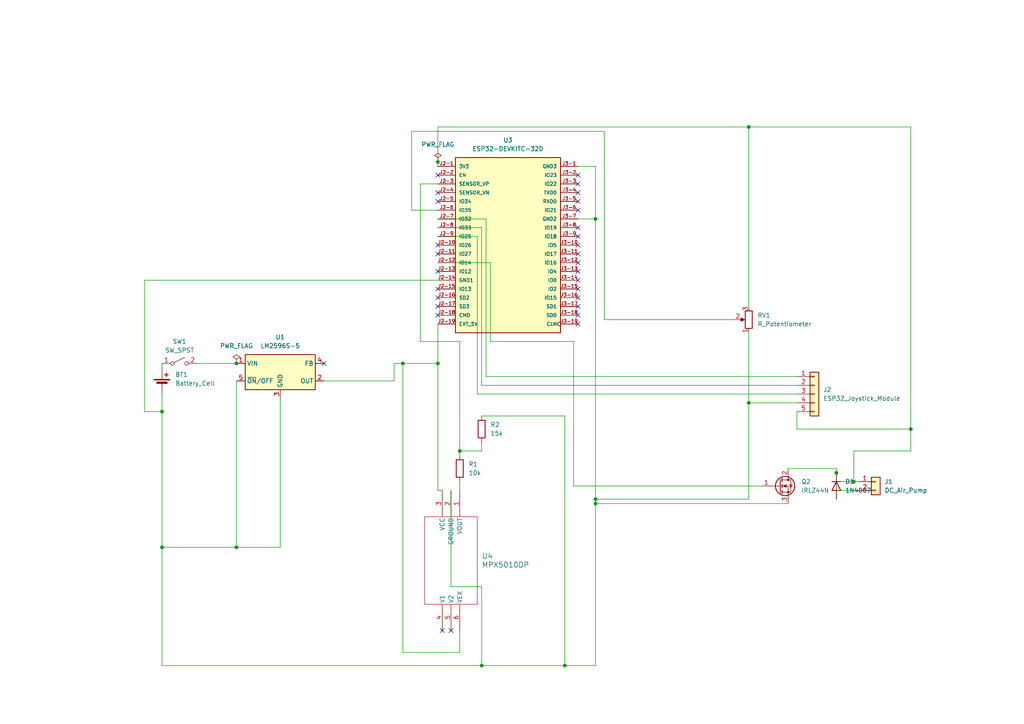
<source format=kicad_sch>
(kicad_sch
	(version 20231120)
	(generator "eeschema")
	(generator_version "8.0")
	(uuid "90661f3f-7f9e-4dad-9f20-d4e267bb8b9f")
	(paper "A4")
	(lib_symbols
		(symbol "Connector_Generic:Conn_01x02"
			(pin_names
				(offset 1.016) hide)
			(exclude_from_sim no)
			(in_bom yes)
			(on_board yes)
			(property "Reference" "J"
				(at 0 2.54 0)
				(effects
					(font
						(size 1.27 1.27)
					)
				)
			)
			(property "Value" "Conn_01x02"
				(at 0 -5.08 0)
				(effects
					(font
						(size 1.27 1.27)
					)
				)
			)
			(property "Footprint" ""
				(at 0 0 0)
				(effects
					(font
						(size 1.27 1.27)
					)
					(hide yes)
				)
			)
			(property "Datasheet" "~"
				(at 0 0 0)
				(effects
					(font
						(size 1.27 1.27)
					)
					(hide yes)
				)
			)
			(property "Description" "Generic connector, single row, 01x02, script generated (kicad-library-utils/schlib/autogen/connector/)"
				(at 0 0 0)
				(effects
					(font
						(size 1.27 1.27)
					)
					(hide yes)
				)
			)
			(property "ki_keywords" "connector"
				(at 0 0 0)
				(effects
					(font
						(size 1.27 1.27)
					)
					(hide yes)
				)
			)
			(property "ki_fp_filters" "Connector*:*_1x??_*"
				(at 0 0 0)
				(effects
					(font
						(size 1.27 1.27)
					)
					(hide yes)
				)
			)
			(symbol "Conn_01x02_1_1"
				(rectangle
					(start -1.27 -2.413)
					(end 0 -2.667)
					(stroke
						(width 0.1524)
						(type default)
					)
					(fill
						(type none)
					)
				)
				(rectangle
					(start -1.27 0.127)
					(end 0 -0.127)
					(stroke
						(width 0.1524)
						(type default)
					)
					(fill
						(type none)
					)
				)
				(rectangle
					(start -1.27 1.27)
					(end 1.27 -3.81)
					(stroke
						(width 0.254)
						(type default)
					)
					(fill
						(type background)
					)
				)
				(pin passive line
					(at -5.08 0 0)
					(length 3.81)
					(name "Pin_1"
						(effects
							(font
								(size 1.27 1.27)
							)
						)
					)
					(number "1"
						(effects
							(font
								(size 1.27 1.27)
							)
						)
					)
				)
				(pin passive line
					(at -5.08 -2.54 0)
					(length 3.81)
					(name "Pin_2"
						(effects
							(font
								(size 1.27 1.27)
							)
						)
					)
					(number "2"
						(effects
							(font
								(size 1.27 1.27)
							)
						)
					)
				)
			)
		)
		(symbol "Connector_Generic:Conn_01x05"
			(pin_names
				(offset 1.016) hide)
			(exclude_from_sim no)
			(in_bom yes)
			(on_board yes)
			(property "Reference" "J"
				(at 0 7.62 0)
				(effects
					(font
						(size 1.27 1.27)
					)
				)
			)
			(property "Value" "Conn_01x05"
				(at 0 -7.62 0)
				(effects
					(font
						(size 1.27 1.27)
					)
				)
			)
			(property "Footprint" ""
				(at 0 0 0)
				(effects
					(font
						(size 1.27 1.27)
					)
					(hide yes)
				)
			)
			(property "Datasheet" "~"
				(at 0 0 0)
				(effects
					(font
						(size 1.27 1.27)
					)
					(hide yes)
				)
			)
			(property "Description" "Generic connector, single row, 01x05, script generated (kicad-library-utils/schlib/autogen/connector/)"
				(at 0 0 0)
				(effects
					(font
						(size 1.27 1.27)
					)
					(hide yes)
				)
			)
			(property "ki_keywords" "connector"
				(at 0 0 0)
				(effects
					(font
						(size 1.27 1.27)
					)
					(hide yes)
				)
			)
			(property "ki_fp_filters" "Connector*:*_1x??_*"
				(at 0 0 0)
				(effects
					(font
						(size 1.27 1.27)
					)
					(hide yes)
				)
			)
			(symbol "Conn_01x05_1_1"
				(rectangle
					(start -1.27 -4.953)
					(end 0 -5.207)
					(stroke
						(width 0.1524)
						(type default)
					)
					(fill
						(type none)
					)
				)
				(rectangle
					(start -1.27 -2.413)
					(end 0 -2.667)
					(stroke
						(width 0.1524)
						(type default)
					)
					(fill
						(type none)
					)
				)
				(rectangle
					(start -1.27 0.127)
					(end 0 -0.127)
					(stroke
						(width 0.1524)
						(type default)
					)
					(fill
						(type none)
					)
				)
				(rectangle
					(start -1.27 2.667)
					(end 0 2.413)
					(stroke
						(width 0.1524)
						(type default)
					)
					(fill
						(type none)
					)
				)
				(rectangle
					(start -1.27 5.207)
					(end 0 4.953)
					(stroke
						(width 0.1524)
						(type default)
					)
					(fill
						(type none)
					)
				)
				(rectangle
					(start -1.27 6.35)
					(end 1.27 -6.35)
					(stroke
						(width 0.254)
						(type default)
					)
					(fill
						(type background)
					)
				)
				(pin passive line
					(at -5.08 5.08 0)
					(length 3.81)
					(name "Pin_1"
						(effects
							(font
								(size 1.27 1.27)
							)
						)
					)
					(number "1"
						(effects
							(font
								(size 1.27 1.27)
							)
						)
					)
				)
				(pin passive line
					(at -5.08 2.54 0)
					(length 3.81)
					(name "Pin_2"
						(effects
							(font
								(size 1.27 1.27)
							)
						)
					)
					(number "2"
						(effects
							(font
								(size 1.27 1.27)
							)
						)
					)
				)
				(pin passive line
					(at -5.08 0 0)
					(length 3.81)
					(name "Pin_3"
						(effects
							(font
								(size 1.27 1.27)
							)
						)
					)
					(number "3"
						(effects
							(font
								(size 1.27 1.27)
							)
						)
					)
				)
				(pin passive line
					(at -5.08 -2.54 0)
					(length 3.81)
					(name "Pin_4"
						(effects
							(font
								(size 1.27 1.27)
							)
						)
					)
					(number "4"
						(effects
							(font
								(size 1.27 1.27)
							)
						)
					)
				)
				(pin passive line
					(at -5.08 -5.08 0)
					(length 3.81)
					(name "Pin_5"
						(effects
							(font
								(size 1.27 1.27)
							)
						)
					)
					(number "5"
						(effects
							(font
								(size 1.27 1.27)
							)
						)
					)
				)
			)
		)
		(symbol "Device:Battery_Cell"
			(pin_numbers hide)
			(pin_names
				(offset 0) hide)
			(exclude_from_sim no)
			(in_bom yes)
			(on_board yes)
			(property "Reference" "BT"
				(at 2.54 2.54 0)
				(effects
					(font
						(size 1.27 1.27)
					)
					(justify left)
				)
			)
			(property "Value" "Battery_Cell"
				(at 2.54 0 0)
				(effects
					(font
						(size 1.27 1.27)
					)
					(justify left)
				)
			)
			(property "Footprint" ""
				(at 0 1.524 90)
				(effects
					(font
						(size 1.27 1.27)
					)
					(hide yes)
				)
			)
			(property "Datasheet" "~"
				(at 0 1.524 90)
				(effects
					(font
						(size 1.27 1.27)
					)
					(hide yes)
				)
			)
			(property "Description" "Single-cell battery"
				(at 0 0 0)
				(effects
					(font
						(size 1.27 1.27)
					)
					(hide yes)
				)
			)
			(property "ki_keywords" "battery cell"
				(at 0 0 0)
				(effects
					(font
						(size 1.27 1.27)
					)
					(hide yes)
				)
			)
			(symbol "Battery_Cell_0_1"
				(rectangle
					(start -2.286 1.778)
					(end 2.286 1.524)
					(stroke
						(width 0)
						(type default)
					)
					(fill
						(type outline)
					)
				)
				(rectangle
					(start -1.524 1.016)
					(end 1.524 0.508)
					(stroke
						(width 0)
						(type default)
					)
					(fill
						(type outline)
					)
				)
				(polyline
					(pts
						(xy 0 0.762) (xy 0 0)
					)
					(stroke
						(width 0)
						(type default)
					)
					(fill
						(type none)
					)
				)
				(polyline
					(pts
						(xy 0 1.778) (xy 0 2.54)
					)
					(stroke
						(width 0)
						(type default)
					)
					(fill
						(type none)
					)
				)
				(polyline
					(pts
						(xy 0.762 3.048) (xy 1.778 3.048)
					)
					(stroke
						(width 0.254)
						(type default)
					)
					(fill
						(type none)
					)
				)
				(polyline
					(pts
						(xy 1.27 3.556) (xy 1.27 2.54)
					)
					(stroke
						(width 0.254)
						(type default)
					)
					(fill
						(type none)
					)
				)
			)
			(symbol "Battery_Cell_1_1"
				(pin passive line
					(at 0 5.08 270)
					(length 2.54)
					(name "+"
						(effects
							(font
								(size 1.27 1.27)
							)
						)
					)
					(number "1"
						(effects
							(font
								(size 1.27 1.27)
							)
						)
					)
				)
				(pin passive line
					(at 0 -2.54 90)
					(length 2.54)
					(name "-"
						(effects
							(font
								(size 1.27 1.27)
							)
						)
					)
					(number "2"
						(effects
							(font
								(size 1.27 1.27)
							)
						)
					)
				)
			)
		)
		(symbol "Device:R"
			(pin_numbers hide)
			(pin_names
				(offset 0)
			)
			(exclude_from_sim no)
			(in_bom yes)
			(on_board yes)
			(property "Reference" "R"
				(at 2.032 0 90)
				(effects
					(font
						(size 1.27 1.27)
					)
				)
			)
			(property "Value" "R"
				(at 0 0 90)
				(effects
					(font
						(size 1.27 1.27)
					)
				)
			)
			(property "Footprint" ""
				(at -1.778 0 90)
				(effects
					(font
						(size 1.27 1.27)
					)
					(hide yes)
				)
			)
			(property "Datasheet" "~"
				(at 0 0 0)
				(effects
					(font
						(size 1.27 1.27)
					)
					(hide yes)
				)
			)
			(property "Description" "Resistor"
				(at 0 0 0)
				(effects
					(font
						(size 1.27 1.27)
					)
					(hide yes)
				)
			)
			(property "ki_keywords" "R res resistor"
				(at 0 0 0)
				(effects
					(font
						(size 1.27 1.27)
					)
					(hide yes)
				)
			)
			(property "ki_fp_filters" "R_*"
				(at 0 0 0)
				(effects
					(font
						(size 1.27 1.27)
					)
					(hide yes)
				)
			)
			(symbol "R_0_1"
				(rectangle
					(start -1.016 -2.54)
					(end 1.016 2.54)
					(stroke
						(width 0.254)
						(type default)
					)
					(fill
						(type none)
					)
				)
			)
			(symbol "R_1_1"
				(pin passive line
					(at 0 3.81 270)
					(length 1.27)
					(name "~"
						(effects
							(font
								(size 1.27 1.27)
							)
						)
					)
					(number "1"
						(effects
							(font
								(size 1.27 1.27)
							)
						)
					)
				)
				(pin passive line
					(at 0 -3.81 90)
					(length 1.27)
					(name "~"
						(effects
							(font
								(size 1.27 1.27)
							)
						)
					)
					(number "2"
						(effects
							(font
								(size 1.27 1.27)
							)
						)
					)
				)
			)
		)
		(symbol "Device:R_Potentiometer"
			(pin_names
				(offset 1.016) hide)
			(exclude_from_sim no)
			(in_bom yes)
			(on_board yes)
			(property "Reference" "RV"
				(at -4.445 0 90)
				(effects
					(font
						(size 1.27 1.27)
					)
				)
			)
			(property "Value" "R_Potentiometer"
				(at -2.54 0 90)
				(effects
					(font
						(size 1.27 1.27)
					)
				)
			)
			(property "Footprint" ""
				(at 0 0 0)
				(effects
					(font
						(size 1.27 1.27)
					)
					(hide yes)
				)
			)
			(property "Datasheet" "~"
				(at 0 0 0)
				(effects
					(font
						(size 1.27 1.27)
					)
					(hide yes)
				)
			)
			(property "Description" "Potentiometer"
				(at 0 0 0)
				(effects
					(font
						(size 1.27 1.27)
					)
					(hide yes)
				)
			)
			(property "ki_keywords" "resistor variable"
				(at 0 0 0)
				(effects
					(font
						(size 1.27 1.27)
					)
					(hide yes)
				)
			)
			(property "ki_fp_filters" "Potentiometer*"
				(at 0 0 0)
				(effects
					(font
						(size 1.27 1.27)
					)
					(hide yes)
				)
			)
			(symbol "R_Potentiometer_0_1"
				(polyline
					(pts
						(xy 2.54 0) (xy 1.524 0)
					)
					(stroke
						(width 0)
						(type default)
					)
					(fill
						(type none)
					)
				)
				(polyline
					(pts
						(xy 1.143 0) (xy 2.286 0.508) (xy 2.286 -0.508) (xy 1.143 0)
					)
					(stroke
						(width 0)
						(type default)
					)
					(fill
						(type outline)
					)
				)
				(rectangle
					(start 1.016 2.54)
					(end -1.016 -2.54)
					(stroke
						(width 0.254)
						(type default)
					)
					(fill
						(type none)
					)
				)
			)
			(symbol "R_Potentiometer_1_1"
				(pin passive line
					(at 0 3.81 270)
					(length 1.27)
					(name "1"
						(effects
							(font
								(size 1.27 1.27)
							)
						)
					)
					(number "1"
						(effects
							(font
								(size 1.27 1.27)
							)
						)
					)
				)
				(pin passive line
					(at 3.81 0 180)
					(length 1.27)
					(name "2"
						(effects
							(font
								(size 1.27 1.27)
							)
						)
					)
					(number "2"
						(effects
							(font
								(size 1.27 1.27)
							)
						)
					)
				)
				(pin passive line
					(at 0 -3.81 90)
					(length 1.27)
					(name "3"
						(effects
							(font
								(size 1.27 1.27)
							)
						)
					)
					(number "3"
						(effects
							(font
								(size 1.27 1.27)
							)
						)
					)
				)
			)
		)
		(symbol "Diode:1N4007"
			(pin_numbers hide)
			(pin_names hide)
			(exclude_from_sim no)
			(in_bom yes)
			(on_board yes)
			(property "Reference" "D"
				(at 0 2.54 0)
				(effects
					(font
						(size 1.27 1.27)
					)
				)
			)
			(property "Value" "1N4007"
				(at 0 -2.54 0)
				(effects
					(font
						(size 1.27 1.27)
					)
				)
			)
			(property "Footprint" "Diode_THT:D_DO-41_SOD81_P10.16mm_Horizontal"
				(at 0 -4.445 0)
				(effects
					(font
						(size 1.27 1.27)
					)
					(hide yes)
				)
			)
			(property "Datasheet" "http://www.vishay.com/docs/88503/1n4001.pdf"
				(at 0 0 0)
				(effects
					(font
						(size 1.27 1.27)
					)
					(hide yes)
				)
			)
			(property "Description" "1000V 1A General Purpose Rectifier Diode, DO-41"
				(at 0 0 0)
				(effects
					(font
						(size 1.27 1.27)
					)
					(hide yes)
				)
			)
			(property "Sim.Device" "D"
				(at 0 0 0)
				(effects
					(font
						(size 1.27 1.27)
					)
					(hide yes)
				)
			)
			(property "Sim.Pins" "1=K 2=A"
				(at 0 0 0)
				(effects
					(font
						(size 1.27 1.27)
					)
					(hide yes)
				)
			)
			(property "ki_keywords" "diode"
				(at 0 0 0)
				(effects
					(font
						(size 1.27 1.27)
					)
					(hide yes)
				)
			)
			(property "ki_fp_filters" "D*DO?41*"
				(at 0 0 0)
				(effects
					(font
						(size 1.27 1.27)
					)
					(hide yes)
				)
			)
			(symbol "1N4007_0_1"
				(polyline
					(pts
						(xy -1.27 1.27) (xy -1.27 -1.27)
					)
					(stroke
						(width 0.254)
						(type default)
					)
					(fill
						(type none)
					)
				)
				(polyline
					(pts
						(xy 1.27 0) (xy -1.27 0)
					)
					(stroke
						(width 0)
						(type default)
					)
					(fill
						(type none)
					)
				)
				(polyline
					(pts
						(xy 1.27 1.27) (xy 1.27 -1.27) (xy -1.27 0) (xy 1.27 1.27)
					)
					(stroke
						(width 0.254)
						(type default)
					)
					(fill
						(type none)
					)
				)
			)
			(symbol "1N4007_1_1"
				(pin passive line
					(at -3.81 0 0)
					(length 2.54)
					(name "K"
						(effects
							(font
								(size 1.27 1.27)
							)
						)
					)
					(number "1"
						(effects
							(font
								(size 1.27 1.27)
							)
						)
					)
				)
				(pin passive line
					(at 3.81 0 180)
					(length 2.54)
					(name "A"
						(effects
							(font
								(size 1.27 1.27)
							)
						)
					)
					(number "2"
						(effects
							(font
								(size 1.27 1.27)
							)
						)
					)
				)
			)
		)
		(symbol "ESP32_controller:ESP32-DEVKITC-32D"
			(pin_names
				(offset 1.016)
			)
			(exclude_from_sim no)
			(in_bom yes)
			(on_board yes)
			(property "Reference" "U"
				(at -15.2572 26.0643 0)
				(effects
					(font
						(size 1.27 1.27)
					)
					(justify left bottom)
				)
			)
			(property "Value" "ESP32-DEVKITC-32D"
				(at -15.2563 -27.9698 0)
				(effects
					(font
						(size 1.27 1.27)
					)
					(justify left bottom)
				)
			)
			(property "Footprint" "ESP32-DEVKITC-32D:MODULE_ESP32-DEVKITC-32D"
				(at 0 0 0)
				(effects
					(font
						(size 1.27 1.27)
					)
					(justify bottom)
					(hide yes)
				)
			)
			(property "Datasheet" ""
				(at 0 0 0)
				(effects
					(font
						(size 1.27 1.27)
					)
					(hide yes)
				)
			)
			(property "Description" ""
				(at 0 0 0)
				(effects
					(font
						(size 1.27 1.27)
					)
					(hide yes)
				)
			)
			(property "MF" "Espressif Systems"
				(at 0 0 0)
				(effects
					(font
						(size 1.27 1.27)
					)
					(justify bottom)
					(hide yes)
				)
			)
			(property "MAXIMUM_PACKAGE_HEIGHT" "N/A"
				(at 0 0 0)
				(effects
					(font
						(size 1.27 1.27)
					)
					(justify bottom)
					(hide yes)
				)
			)
			(property "Package" "None"
				(at 0 0 0)
				(effects
					(font
						(size 1.27 1.27)
					)
					(justify bottom)
					(hide yes)
				)
			)
			(property "Price" "None"
				(at 0 0 0)
				(effects
					(font
						(size 1.27 1.27)
					)
					(justify bottom)
					(hide yes)
				)
			)
			(property "Check_prices" "https://www.snapeda.com/parts/ESP32-DEVKITC-32D/Espressif+Systems/view-part/?ref=eda"
				(at 0 0 0)
				(effects
					(font
						(size 1.27 1.27)
					)
					(justify bottom)
					(hide yes)
				)
			)
			(property "STANDARD" "Manufacturer Recommendations"
				(at 0 0 0)
				(effects
					(font
						(size 1.27 1.27)
					)
					(justify bottom)
					(hide yes)
				)
			)
			(property "PARTREV" "V4"
				(at 0 0 0)
				(effects
					(font
						(size 1.27 1.27)
					)
					(justify bottom)
					(hide yes)
				)
			)
			(property "SnapEDA_Link" "https://www.snapeda.com/parts/ESP32-DEVKITC-32D/Espressif+Systems/view-part/?ref=snap"
				(at 0 0 0)
				(effects
					(font
						(size 1.27 1.27)
					)
					(justify bottom)
					(hide yes)
				)
			)
			(property "MP" "ESP32-DEVKITC-32D"
				(at 0 0 0)
				(effects
					(font
						(size 1.27 1.27)
					)
					(justify bottom)
					(hide yes)
				)
			)
			(property "Description_1" "\n                        \n                            WiFi Development Tools (802.11) ESP32 General Development Kit, ESP32-WROOM-32D on the board\n                        \n"
				(at 0 0 0)
				(effects
					(font
						(size 1.27 1.27)
					)
					(justify bottom)
					(hide yes)
				)
			)
			(property "MANUFACTURER" "Espressif Systems"
				(at 0 0 0)
				(effects
					(font
						(size 1.27 1.27)
					)
					(justify bottom)
					(hide yes)
				)
			)
			(property "Availability" "Not in stock"
				(at 0 0 0)
				(effects
					(font
						(size 1.27 1.27)
					)
					(justify bottom)
					(hide yes)
				)
			)
			(property "SNAPEDA_PN" "ESP32-DEVKITC-32D"
				(at 0 0 0)
				(effects
					(font
						(size 1.27 1.27)
					)
					(justify bottom)
					(hide yes)
				)
			)
			(symbol "ESP32-DEVKITC-32D_0_0"
				(rectangle
					(start -15.24 -25.4)
					(end 15.24 25.4)
					(stroke
						(width 0.254)
						(type default)
					)
					(fill
						(type background)
					)
				)
				(pin power_in line
					(at -20.32 22.86 0)
					(length 5.08)
					(name "3V3"
						(effects
							(font
								(size 1.016 1.016)
							)
						)
					)
					(number "J2-1"
						(effects
							(font
								(size 1.016 1.016)
							)
						)
					)
				)
				(pin bidirectional line
					(at -20.32 0 0)
					(length 5.08)
					(name "IO26"
						(effects
							(font
								(size 1.016 1.016)
							)
						)
					)
					(number "J2-10"
						(effects
							(font
								(size 1.016 1.016)
							)
						)
					)
				)
				(pin bidirectional line
					(at -20.32 -2.54 0)
					(length 5.08)
					(name "IO27"
						(effects
							(font
								(size 1.016 1.016)
							)
						)
					)
					(number "J2-11"
						(effects
							(font
								(size 1.016 1.016)
							)
						)
					)
				)
				(pin bidirectional line
					(at -20.32 -5.08 0)
					(length 5.08)
					(name "IO14"
						(effects
							(font
								(size 1.016 1.016)
							)
						)
					)
					(number "J2-12"
						(effects
							(font
								(size 1.016 1.016)
							)
						)
					)
				)
				(pin bidirectional line
					(at -20.32 -7.62 0)
					(length 5.08)
					(name "IO12"
						(effects
							(font
								(size 1.016 1.016)
							)
						)
					)
					(number "J2-13"
						(effects
							(font
								(size 1.016 1.016)
							)
						)
					)
				)
				(pin power_in line
					(at -20.32 -10.16 0)
					(length 5.08)
					(name "GND1"
						(effects
							(font
								(size 1.016 1.016)
							)
						)
					)
					(number "J2-14"
						(effects
							(font
								(size 1.016 1.016)
							)
						)
					)
				)
				(pin bidirectional line
					(at -20.32 -12.7 0)
					(length 5.08)
					(name "IO13"
						(effects
							(font
								(size 1.016 1.016)
							)
						)
					)
					(number "J2-15"
						(effects
							(font
								(size 1.016 1.016)
							)
						)
					)
				)
				(pin bidirectional line
					(at -20.32 -15.24 0)
					(length 5.08)
					(name "SD2"
						(effects
							(font
								(size 1.016 1.016)
							)
						)
					)
					(number "J2-16"
						(effects
							(font
								(size 1.016 1.016)
							)
						)
					)
				)
				(pin bidirectional line
					(at -20.32 -17.78 0)
					(length 5.08)
					(name "SD3"
						(effects
							(font
								(size 1.016 1.016)
							)
						)
					)
					(number "J2-17"
						(effects
							(font
								(size 1.016 1.016)
							)
						)
					)
				)
				(pin bidirectional line
					(at -20.32 -20.32 0)
					(length 5.08)
					(name "CMD"
						(effects
							(font
								(size 1.016 1.016)
							)
						)
					)
					(number "J2-18"
						(effects
							(font
								(size 1.016 1.016)
							)
						)
					)
				)
				(pin power_in line
					(at -20.32 -22.86 0)
					(length 5.08)
					(name "EXT_5V"
						(effects
							(font
								(size 1.016 1.016)
							)
						)
					)
					(number "J2-19"
						(effects
							(font
								(size 1.016 1.016)
							)
						)
					)
				)
				(pin input line
					(at -20.32 20.32 0)
					(length 5.08)
					(name "EN"
						(effects
							(font
								(size 1.016 1.016)
							)
						)
					)
					(number "J2-2"
						(effects
							(font
								(size 1.016 1.016)
							)
						)
					)
				)
				(pin input line
					(at -20.32 17.78 0)
					(length 5.08)
					(name "SENSOR_VP"
						(effects
							(font
								(size 1.016 1.016)
							)
						)
					)
					(number "J2-3"
						(effects
							(font
								(size 1.016 1.016)
							)
						)
					)
				)
				(pin input line
					(at -20.32 15.24 0)
					(length 5.08)
					(name "SENSOR_VN"
						(effects
							(font
								(size 1.016 1.016)
							)
						)
					)
					(number "J2-4"
						(effects
							(font
								(size 1.016 1.016)
							)
						)
					)
				)
				(pin bidirectional line
					(at -20.32 12.7 0)
					(length 5.08)
					(name "IO34"
						(effects
							(font
								(size 1.016 1.016)
							)
						)
					)
					(number "J2-5"
						(effects
							(font
								(size 1.016 1.016)
							)
						)
					)
				)
				(pin bidirectional line
					(at -20.32 10.16 0)
					(length 5.08)
					(name "IO35"
						(effects
							(font
								(size 1.016 1.016)
							)
						)
					)
					(number "J2-6"
						(effects
							(font
								(size 1.016 1.016)
							)
						)
					)
				)
				(pin bidirectional line
					(at -20.32 7.62 0)
					(length 5.08)
					(name "IO32"
						(effects
							(font
								(size 1.016 1.016)
							)
						)
					)
					(number "J2-7"
						(effects
							(font
								(size 1.016 1.016)
							)
						)
					)
				)
				(pin bidirectional line
					(at -20.32 5.08 0)
					(length 5.08)
					(name "IO33"
						(effects
							(font
								(size 1.016 1.016)
							)
						)
					)
					(number "J2-8"
						(effects
							(font
								(size 1.016 1.016)
							)
						)
					)
				)
				(pin bidirectional line
					(at -20.32 2.54 0)
					(length 5.08)
					(name "IO25"
						(effects
							(font
								(size 1.016 1.016)
							)
						)
					)
					(number "J2-9"
						(effects
							(font
								(size 1.016 1.016)
							)
						)
					)
				)
				(pin power_in line
					(at 20.32 22.86 180)
					(length 5.08)
					(name "GND3"
						(effects
							(font
								(size 1.016 1.016)
							)
						)
					)
					(number "J3-1"
						(effects
							(font
								(size 1.016 1.016)
							)
						)
					)
				)
				(pin bidirectional line
					(at 20.32 0 180)
					(length 5.08)
					(name "IO5"
						(effects
							(font
								(size 1.016 1.016)
							)
						)
					)
					(number "J3-10"
						(effects
							(font
								(size 1.016 1.016)
							)
						)
					)
				)
				(pin bidirectional line
					(at 20.32 -2.54 180)
					(length 5.08)
					(name "IO17"
						(effects
							(font
								(size 1.016 1.016)
							)
						)
					)
					(number "J3-11"
						(effects
							(font
								(size 1.016 1.016)
							)
						)
					)
				)
				(pin bidirectional line
					(at 20.32 -5.08 180)
					(length 5.08)
					(name "IO16"
						(effects
							(font
								(size 1.016 1.016)
							)
						)
					)
					(number "J3-12"
						(effects
							(font
								(size 1.016 1.016)
							)
						)
					)
				)
				(pin bidirectional line
					(at 20.32 -7.62 180)
					(length 5.08)
					(name "IO4"
						(effects
							(font
								(size 1.016 1.016)
							)
						)
					)
					(number "J3-13"
						(effects
							(font
								(size 1.016 1.016)
							)
						)
					)
				)
				(pin bidirectional line
					(at 20.32 -10.16 180)
					(length 5.08)
					(name "IO0"
						(effects
							(font
								(size 1.016 1.016)
							)
						)
					)
					(number "J3-14"
						(effects
							(font
								(size 1.016 1.016)
							)
						)
					)
				)
				(pin bidirectional line
					(at 20.32 -12.7 180)
					(length 5.08)
					(name "IO2"
						(effects
							(font
								(size 1.016 1.016)
							)
						)
					)
					(number "J3-15"
						(effects
							(font
								(size 1.016 1.016)
							)
						)
					)
				)
				(pin bidirectional line
					(at 20.32 -15.24 180)
					(length 5.08)
					(name "IO15"
						(effects
							(font
								(size 1.016 1.016)
							)
						)
					)
					(number "J3-16"
						(effects
							(font
								(size 1.016 1.016)
							)
						)
					)
				)
				(pin bidirectional line
					(at 20.32 -17.78 180)
					(length 5.08)
					(name "SD1"
						(effects
							(font
								(size 1.016 1.016)
							)
						)
					)
					(number "J3-17"
						(effects
							(font
								(size 1.016 1.016)
							)
						)
					)
				)
				(pin bidirectional line
					(at 20.32 -20.32 180)
					(length 5.08)
					(name "SD0"
						(effects
							(font
								(size 1.016 1.016)
							)
						)
					)
					(number "J3-18"
						(effects
							(font
								(size 1.016 1.016)
							)
						)
					)
				)
				(pin input clock
					(at 20.32 -22.86 180)
					(length 5.08)
					(name "CLK"
						(effects
							(font
								(size 1.016 1.016)
							)
						)
					)
					(number "J3-19"
						(effects
							(font
								(size 1.016 1.016)
							)
						)
					)
				)
				(pin bidirectional line
					(at 20.32 20.32 180)
					(length 5.08)
					(name "IO23"
						(effects
							(font
								(size 1.016 1.016)
							)
						)
					)
					(number "J3-2"
						(effects
							(font
								(size 1.016 1.016)
							)
						)
					)
				)
				(pin bidirectional line
					(at 20.32 17.78 180)
					(length 5.08)
					(name "IO22"
						(effects
							(font
								(size 1.016 1.016)
							)
						)
					)
					(number "J3-3"
						(effects
							(font
								(size 1.016 1.016)
							)
						)
					)
				)
				(pin output line
					(at 20.32 15.24 180)
					(length 5.08)
					(name "TXD0"
						(effects
							(font
								(size 1.016 1.016)
							)
						)
					)
					(number "J3-4"
						(effects
							(font
								(size 1.016 1.016)
							)
						)
					)
				)
				(pin input line
					(at 20.32 12.7 180)
					(length 5.08)
					(name "RXD0"
						(effects
							(font
								(size 1.016 1.016)
							)
						)
					)
					(number "J3-5"
						(effects
							(font
								(size 1.016 1.016)
							)
						)
					)
				)
				(pin bidirectional line
					(at 20.32 10.16 180)
					(length 5.08)
					(name "IO21"
						(effects
							(font
								(size 1.016 1.016)
							)
						)
					)
					(number "J3-6"
						(effects
							(font
								(size 1.016 1.016)
							)
						)
					)
				)
				(pin power_in line
					(at 20.32 7.62 180)
					(length 5.08)
					(name "GND2"
						(effects
							(font
								(size 1.016 1.016)
							)
						)
					)
					(number "J3-7"
						(effects
							(font
								(size 1.016 1.016)
							)
						)
					)
				)
				(pin bidirectional line
					(at 20.32 5.08 180)
					(length 5.08)
					(name "IO19"
						(effects
							(font
								(size 1.016 1.016)
							)
						)
					)
					(number "J3-8"
						(effects
							(font
								(size 1.016 1.016)
							)
						)
					)
				)
				(pin bidirectional line
					(at 20.32 2.54 180)
					(length 5.08)
					(name "IO18"
						(effects
							(font
								(size 1.016 1.016)
							)
						)
					)
					(number "J3-9"
						(effects
							(font
								(size 1.016 1.016)
							)
						)
					)
				)
			)
		)
		(symbol "Regulator_Switching:LM2596S-5"
			(exclude_from_sim no)
			(in_bom yes)
			(on_board yes)
			(property "Reference" "U1"
				(at 0 10.16 0)
				(effects
					(font
						(size 1.27 1.27)
					)
				)
			)
			(property "Value" "LM2596S-5"
				(at 0 7.62 0)
				(effects
					(font
						(size 1.27 1.27)
					)
				)
			)
			(property "Footprint" "Package_TO_SOT_SMD:TO-263-5_TabPin3"
				(at 1.27 -6.35 0)
				(effects
					(font
						(size 1.27 1.27)
						(italic yes)
					)
					(justify left)
					(hide yes)
				)
			)
			(property "Datasheet" "http://www.ti.com/lit/ds/symlink/lm2596.pdf"
				(at 0 0 0)
				(effects
					(font
						(size 1.27 1.27)
					)
					(hide yes)
				)
			)
			(property "Description" "5V 3A Step-Down Voltage Regulator, TO-263"
				(at 0 0 0)
				(effects
					(font
						(size 1.27 1.27)
					)
					(hide yes)
				)
			)
			(property "ki_keywords" "Step-Down Voltage Regulator 5V 3A"
				(at 0 0 0)
				(effects
					(font
						(size 1.27 1.27)
					)
					(hide yes)
				)
			)
			(property "ki_fp_filters" "TO?263*"
				(at 0 0 0)
				(effects
					(font
						(size 1.27 1.27)
					)
					(hide yes)
				)
			)
			(symbol "LM2596S-5_0_1"
				(rectangle
					(start -10.16 5.08)
					(end 10.16 -5.08)
					(stroke
						(width 0.254)
						(type default)
					)
					(fill
						(type background)
					)
				)
			)
			(symbol "LM2596S-5_1_1"
				(pin power_in line
					(at -12.7 2.54 0)
					(length 2.54)
					(name "VIN"
						(effects
							(font
								(size 1.27 1.27)
							)
						)
					)
					(number "1"
						(effects
							(font
								(size 1.27 1.27)
							)
						)
					)
				)
				(pin power_out line
					(at 12.7 -2.54 180)
					(length 2.54)
					(name "OUT"
						(effects
							(font
								(size 1.27 1.27)
							)
						)
					)
					(number "2"
						(effects
							(font
								(size 1.27 1.27)
							)
						)
					)
				)
				(pin power_in line
					(at 0 -7.62 90)
					(length 2.54)
					(name "GND"
						(effects
							(font
								(size 1.27 1.27)
							)
						)
					)
					(number "3"
						(effects
							(font
								(size 1.27 1.27)
							)
						)
					)
				)
				(pin input line
					(at 12.7 2.54 180)
					(length 2.54)
					(name "FB"
						(effects
							(font
								(size 1.27 1.27)
							)
						)
					)
					(number "4"
						(effects
							(font
								(size 1.27 1.27)
							)
						)
					)
				)
				(pin input line
					(at -12.7 -2.54 0)
					(length 2.54)
					(name "~{ON}/OFF"
						(effects
							(font
								(size 1.27 1.27)
							)
						)
					)
					(number "5"
						(effects
							(font
								(size 1.27 1.27)
							)
						)
					)
				)
			)
		)
		(symbol "Switch:SW_SPST"
			(pin_names
				(offset 0) hide)
			(exclude_from_sim no)
			(in_bom yes)
			(on_board yes)
			(property "Reference" "SW"
				(at 0 3.175 0)
				(effects
					(font
						(size 1.27 1.27)
					)
				)
			)
			(property "Value" "SW_SPST"
				(at 0 -2.54 0)
				(effects
					(font
						(size 1.27 1.27)
					)
				)
			)
			(property "Footprint" ""
				(at 0 0 0)
				(effects
					(font
						(size 1.27 1.27)
					)
					(hide yes)
				)
			)
			(property "Datasheet" "~"
				(at 0 0 0)
				(effects
					(font
						(size 1.27 1.27)
					)
					(hide yes)
				)
			)
			(property "Description" "Single Pole Single Throw (SPST) switch"
				(at 0 0 0)
				(effects
					(font
						(size 1.27 1.27)
					)
					(hide yes)
				)
			)
			(property "ki_keywords" "switch lever"
				(at 0 0 0)
				(effects
					(font
						(size 1.27 1.27)
					)
					(hide yes)
				)
			)
			(symbol "SW_SPST_0_0"
				(circle
					(center -2.032 0)
					(radius 0.508)
					(stroke
						(width 0)
						(type default)
					)
					(fill
						(type none)
					)
				)
				(polyline
					(pts
						(xy -1.524 0.254) (xy 1.524 1.778)
					)
					(stroke
						(width 0)
						(type default)
					)
					(fill
						(type none)
					)
				)
				(circle
					(center 2.032 0)
					(radius 0.508)
					(stroke
						(width 0)
						(type default)
					)
					(fill
						(type none)
					)
				)
			)
			(symbol "SW_SPST_1_1"
				(pin passive line
					(at -5.08 0 0)
					(length 2.54)
					(name "A"
						(effects
							(font
								(size 1.27 1.27)
							)
						)
					)
					(number "1"
						(effects
							(font
								(size 1.27 1.27)
							)
						)
					)
				)
				(pin passive line
					(at 5.08 0 180)
					(length 2.54)
					(name "B"
						(effects
							(font
								(size 1.27 1.27)
							)
						)
					)
					(number "2"
						(effects
							(font
								(size 1.27 1.27)
							)
						)
					)
				)
			)
		)
		(symbol "Transistor_FET:IRLZ44N"
			(pin_names hide)
			(exclude_from_sim no)
			(in_bom yes)
			(on_board yes)
			(property "Reference" "Q"
				(at 5.08 1.905 0)
				(effects
					(font
						(size 1.27 1.27)
					)
					(justify left)
				)
			)
			(property "Value" "IRLZ44N"
				(at 5.08 0 0)
				(effects
					(font
						(size 1.27 1.27)
					)
					(justify left)
				)
			)
			(property "Footprint" "Package_TO_SOT_THT:TO-220-3_Vertical"
				(at 5.08 -1.905 0)
				(effects
					(font
						(size 1.27 1.27)
						(italic yes)
					)
					(justify left)
					(hide yes)
				)
			)
			(property "Datasheet" "http://www.irf.com/product-info/datasheets/data/irlz44n.pdf"
				(at 5.08 -3.81 0)
				(effects
					(font
						(size 1.27 1.27)
					)
					(justify left)
					(hide yes)
				)
			)
			(property "Description" "47A Id, 55V Vds, 22mOhm Rds Single N-Channel HEXFET Power MOSFET, TO-220AB"
				(at 0 0 0)
				(effects
					(font
						(size 1.27 1.27)
					)
					(hide yes)
				)
			)
			(property "ki_keywords" "N-Channel HEXFET MOSFET Logic-Level"
				(at 0 0 0)
				(effects
					(font
						(size 1.27 1.27)
					)
					(hide yes)
				)
			)
			(property "ki_fp_filters" "TO?220*"
				(at 0 0 0)
				(effects
					(font
						(size 1.27 1.27)
					)
					(hide yes)
				)
			)
			(symbol "IRLZ44N_0_1"
				(polyline
					(pts
						(xy 0.254 0) (xy -2.54 0)
					)
					(stroke
						(width 0)
						(type default)
					)
					(fill
						(type none)
					)
				)
				(polyline
					(pts
						(xy 0.254 1.905) (xy 0.254 -1.905)
					)
					(stroke
						(width 0.254)
						(type default)
					)
					(fill
						(type none)
					)
				)
				(polyline
					(pts
						(xy 0.762 -1.27) (xy 0.762 -2.286)
					)
					(stroke
						(width 0.254)
						(type default)
					)
					(fill
						(type none)
					)
				)
				(polyline
					(pts
						(xy 0.762 0.508) (xy 0.762 -0.508)
					)
					(stroke
						(width 0.254)
						(type default)
					)
					(fill
						(type none)
					)
				)
				(polyline
					(pts
						(xy 0.762 2.286) (xy 0.762 1.27)
					)
					(stroke
						(width 0.254)
						(type default)
					)
					(fill
						(type none)
					)
				)
				(polyline
					(pts
						(xy 2.54 2.54) (xy 2.54 1.778)
					)
					(stroke
						(width 0)
						(type default)
					)
					(fill
						(type none)
					)
				)
				(polyline
					(pts
						(xy 2.54 -2.54) (xy 2.54 0) (xy 0.762 0)
					)
					(stroke
						(width 0)
						(type default)
					)
					(fill
						(type none)
					)
				)
				(polyline
					(pts
						(xy 0.762 -1.778) (xy 3.302 -1.778) (xy 3.302 1.778) (xy 0.762 1.778)
					)
					(stroke
						(width 0)
						(type default)
					)
					(fill
						(type none)
					)
				)
				(polyline
					(pts
						(xy 1.016 0) (xy 2.032 0.381) (xy 2.032 -0.381) (xy 1.016 0)
					)
					(stroke
						(width 0)
						(type default)
					)
					(fill
						(type outline)
					)
				)
				(polyline
					(pts
						(xy 2.794 0.508) (xy 2.921 0.381) (xy 3.683 0.381) (xy 3.81 0.254)
					)
					(stroke
						(width 0)
						(type default)
					)
					(fill
						(type none)
					)
				)
				(polyline
					(pts
						(xy 3.302 0.381) (xy 2.921 -0.254) (xy 3.683 -0.254) (xy 3.302 0.381)
					)
					(stroke
						(width 0)
						(type default)
					)
					(fill
						(type none)
					)
				)
				(circle
					(center 1.651 0)
					(radius 2.794)
					(stroke
						(width 0.254)
						(type default)
					)
					(fill
						(type none)
					)
				)
				(circle
					(center 2.54 -1.778)
					(radius 0.254)
					(stroke
						(width 0)
						(type default)
					)
					(fill
						(type outline)
					)
				)
				(circle
					(center 2.54 1.778)
					(radius 0.254)
					(stroke
						(width 0)
						(type default)
					)
					(fill
						(type outline)
					)
				)
			)
			(symbol "IRLZ44N_1_1"
				(pin input line
					(at -5.08 0 0)
					(length 2.54)
					(name "G"
						(effects
							(font
								(size 1.27 1.27)
							)
						)
					)
					(number "1"
						(effects
							(font
								(size 1.27 1.27)
							)
						)
					)
				)
				(pin passive line
					(at 2.54 5.08 270)
					(length 2.54)
					(name "D"
						(effects
							(font
								(size 1.27 1.27)
							)
						)
					)
					(number "2"
						(effects
							(font
								(size 1.27 1.27)
							)
						)
					)
				)
				(pin passive line
					(at 2.54 -5.08 90)
					(length 2.54)
					(name "S"
						(effects
							(font
								(size 1.27 1.27)
							)
						)
					)
					(number "3"
						(effects
							(font
								(size 1.27 1.27)
							)
						)
					)
				)
			)
		)
		(symbol "controller:MPX5010DP"
			(pin_names
				(offset 0.254)
			)
			(exclude_from_sim no)
			(in_bom yes)
			(on_board yes)
			(property "Reference" "U"
				(at 20.32 10.16 0)
				(effects
					(font
						(size 1.524 1.524)
					)
				)
			)
			(property "Value" "MPX5010DP"
				(at 20.32 7.62 0)
				(effects
					(font
						(size 1.524 1.524)
					)
				)
			)
			(property "Footprint" "MPX5010DP_MOT"
				(at 0 0 0)
				(effects
					(font
						(size 1.27 1.27)
						(italic yes)
					)
					(hide yes)
				)
			)
			(property "Datasheet" "MPX5010DP"
				(at 0 0 0)
				(effects
					(font
						(size 1.27 1.27)
						(italic yes)
					)
					(hide yes)
				)
			)
			(property "Description" ""
				(at 0 0 0)
				(effects
					(font
						(size 1.27 1.27)
					)
					(hide yes)
				)
			)
			(property "ki_locked" ""
				(at 0 0 0)
				(effects
					(font
						(size 1.27 1.27)
					)
				)
			)
			(property "ki_keywords" "MPX5010DP"
				(at 0 0 0)
				(effects
					(font
						(size 1.27 1.27)
					)
					(hide yes)
				)
			)
			(property "ki_fp_filters" "MPX5010DP_MOT"
				(at 0 0 0)
				(effects
					(font
						(size 1.27 1.27)
					)
					(hide yes)
				)
			)
			(symbol "MPX5010DP_0_1"
				(polyline
					(pts
						(xy 7.62 -10.16) (xy 33.02 -10.16)
					)
					(stroke
						(width 0.127)
						(type default)
					)
					(fill
						(type none)
					)
				)
				(polyline
					(pts
						(xy 7.62 5.08) (xy 7.62 -10.16)
					)
					(stroke
						(width 0.127)
						(type default)
					)
					(fill
						(type none)
					)
				)
				(polyline
					(pts
						(xy 33.02 -10.16) (xy 33.02 5.08)
					)
					(stroke
						(width 0.127)
						(type default)
					)
					(fill
						(type none)
					)
				)
				(polyline
					(pts
						(xy 33.02 5.08) (xy 7.62 5.08)
					)
					(stroke
						(width 0.127)
						(type default)
					)
					(fill
						(type none)
					)
				)
				(pin output line
					(at 0 0 0)
					(length 7.62)
					(name "VOUT"
						(effects
							(font
								(size 1.27 1.27)
							)
						)
					)
					(number "1"
						(effects
							(font
								(size 1.27 1.27)
							)
						)
					)
				)
				(pin power_out line
					(at 0 -2.54 0)
					(length 7.62)
					(name "GROUND"
						(effects
							(font
								(size 1.27 1.27)
							)
						)
					)
					(number "2"
						(effects
							(font
								(size 1.27 1.27)
							)
						)
					)
				)
				(pin power_in line
					(at 0 -5.08 0)
					(length 7.62)
					(name "VCC"
						(effects
							(font
								(size 1.27 1.27)
							)
						)
					)
					(number "3"
						(effects
							(font
								(size 1.27 1.27)
							)
						)
					)
				)
				(pin bidirectional line
					(at 40.64 -5.08 180)
					(length 7.62)
					(name "V1"
						(effects
							(font
								(size 1.27 1.27)
							)
						)
					)
					(number "4"
						(effects
							(font
								(size 1.27 1.27)
							)
						)
					)
				)
				(pin bidirectional line
					(at 40.64 -2.54 180)
					(length 7.62)
					(name "V2"
						(effects
							(font
								(size 1.27 1.27)
							)
						)
					)
					(number "5"
						(effects
							(font
								(size 1.27 1.27)
							)
						)
					)
				)
				(pin unspecified line
					(at 40.64 0 180)
					(length 7.62)
					(name "VEX"
						(effects
							(font
								(size 1.27 1.27)
							)
						)
					)
					(number "6"
						(effects
							(font
								(size 1.27 1.27)
							)
						)
					)
				)
			)
		)
		(symbol "power:PWR_FLAG"
			(power)
			(pin_numbers hide)
			(pin_names
				(offset 0) hide)
			(exclude_from_sim no)
			(in_bom yes)
			(on_board yes)
			(property "Reference" "#FLG"
				(at 0 1.905 0)
				(effects
					(font
						(size 1.27 1.27)
					)
					(hide yes)
				)
			)
			(property "Value" "PWR_FLAG"
				(at 0 3.81 0)
				(effects
					(font
						(size 1.27 1.27)
					)
				)
			)
			(property "Footprint" ""
				(at 0 0 0)
				(effects
					(font
						(size 1.27 1.27)
					)
					(hide yes)
				)
			)
			(property "Datasheet" "~"
				(at 0 0 0)
				(effects
					(font
						(size 1.27 1.27)
					)
					(hide yes)
				)
			)
			(property "Description" "Special symbol for telling ERC where power comes from"
				(at 0 0 0)
				(effects
					(font
						(size 1.27 1.27)
					)
					(hide yes)
				)
			)
			(property "ki_keywords" "flag power"
				(at 0 0 0)
				(effects
					(font
						(size 1.27 1.27)
					)
					(hide yes)
				)
			)
			(symbol "PWR_FLAG_0_0"
				(pin power_out line
					(at 0 0 90)
					(length 0)
					(name "~"
						(effects
							(font
								(size 1.27 1.27)
							)
						)
					)
					(number "1"
						(effects
							(font
								(size 1.27 1.27)
							)
						)
					)
				)
			)
			(symbol "PWR_FLAG_0_1"
				(polyline
					(pts
						(xy 0 0) (xy 0 1.27) (xy -1.016 1.905) (xy 0 2.54) (xy 1.016 1.905) (xy 0 1.27)
					)
					(stroke
						(width 0)
						(type default)
					)
					(fill
						(type none)
					)
				)
			)
		)
	)
	(junction
		(at 46.99 158.75)
		(diameter 0)
		(color 0 0 0 0)
		(uuid "002a728c-5e0d-445d-bb37-56cf4228ba15")
	)
	(junction
		(at 264.16 124.46)
		(diameter 0)
		(color 0 0 0 0)
		(uuid "0ec52fcc-fc42-456d-87d4-130d7b7598e2")
	)
	(junction
		(at 242.57 137.16)
		(diameter 0)
		(color 0 0 0 0)
		(uuid "123ea138-6cba-4fda-8c3f-3e97946f6dc0")
	)
	(junction
		(at 46.99 119.38)
		(diameter 0)
		(color 0 0 0 0)
		(uuid "1c55c0a2-1cbb-46c4-a759-656569a2aec5")
	)
	(junction
		(at 163.83 193.04)
		(diameter 0)
		(color 0 0 0 0)
		(uuid "22548b9a-8270-4f45-8c0c-dacb03dd9cc5")
	)
	(junction
		(at 172.72 63.5)
		(diameter 0)
		(color 0 0 0 0)
		(uuid "2840d7c8-0fad-46bf-995e-19a8acff8713")
	)
	(junction
		(at 116.84 105.41)
		(diameter 0)
		(color 0 0 0 0)
		(uuid "340adc1e-ba97-4974-a2c2-01bf67846e9a")
	)
	(junction
		(at 247.65 139.7)
		(diameter 0)
		(color 0 0 0 0)
		(uuid "4d014ad4-9046-4e7c-b37b-dbd9be4f5711")
	)
	(junction
		(at 217.17 116.84)
		(diameter 0)
		(color 0 0 0 0)
		(uuid "64bed211-2523-4349-bb39-0269f3bf3fc9")
	)
	(junction
		(at 139.7 193.04)
		(diameter 0)
		(color 0 0 0 0)
		(uuid "6c183957-8ece-463d-a07e-d960256e0f14")
	)
	(junction
		(at 127 46.99)
		(diameter 0)
		(color 0 0 0 0)
		(uuid "960b7503-1645-4fc8-8c53-b6275fbef550")
	)
	(junction
		(at 172.72 146.05)
		(diameter 0)
		(color 0 0 0 0)
		(uuid "a63f1968-281f-40c3-880e-07271f5e2462")
	)
	(junction
		(at 68.58 158.75)
		(diameter 0)
		(color 0 0 0 0)
		(uuid "b6bd75fe-fd5b-4dbc-8d17-54ae44725082")
	)
	(junction
		(at 127 105.41)
		(diameter 0)
		(color 0 0 0 0)
		(uuid "c220fc02-efa8-4c33-8f65-e62dd6a55639")
	)
	(junction
		(at 172.72 144.78)
		(diameter 0)
		(color 0 0 0 0)
		(uuid "c26996be-66f6-4f52-bfa5-2978302295b9")
	)
	(junction
		(at 217.17 36.83)
		(diameter 0)
		(color 0 0 0 0)
		(uuid "c9273cbb-6aa8-4dc1-8ab1-bd4cd8f0f95c")
	)
	(junction
		(at 133.35 130.81)
		(diameter 0)
		(color 0 0 0 0)
		(uuid "c9b8ee9b-3f6a-42c5-9ce6-f7b63e452baf")
	)
	(junction
		(at 68.58 105.41)
		(diameter 0)
		(color 0 0 0 0)
		(uuid "fbd54260-4527-418c-bee8-4d332638d5f8")
	)
	(no_connect
		(at 127 50.8)
		(uuid "066c970f-c164-4849-ba08-63fbe009df85")
	)
	(no_connect
		(at 167.64 93.98)
		(uuid "06d16fbe-c91d-4710-b17c-fe84a283c817")
	)
	(no_connect
		(at 127 78.74)
		(uuid "14e30f00-9b58-4dd8-b9ac-bd014b498d1c")
	)
	(no_connect
		(at 93.98 105.41)
		(uuid "1600ae4d-51c1-464a-a881-11ff44ae9c1a")
	)
	(no_connect
		(at 127 86.36)
		(uuid "2a308022-994c-459a-9710-005515bc74db")
	)
	(no_connect
		(at 167.64 88.9)
		(uuid "32989d66-0eae-4d2e-9c3d-f1a234533220")
	)
	(no_connect
		(at 167.64 53.34)
		(uuid "371d9ad2-944e-4213-a329-691f45df2aee")
	)
	(no_connect
		(at 128.27 182.88)
		(uuid "4d92167a-4738-4bbc-87c5-981570f3bd48")
	)
	(no_connect
		(at 167.64 60.96)
		(uuid "4de2729f-d0e1-4d2d-98d4-96f216991da1")
	)
	(no_connect
		(at 167.64 66.04)
		(uuid "62b2aaeb-0c34-4db1-84cc-ee66bde437ee")
	)
	(no_connect
		(at 167.64 50.8)
		(uuid "6621fc12-b724-4c9b-83db-17d6c33414d5")
	)
	(no_connect
		(at 167.64 55.88)
		(uuid "7873f559-f05a-4a74-95a4-7ab769c9709b")
	)
	(no_connect
		(at 127 91.44)
		(uuid "7b0d0c2f-90ee-4cba-8e07-94b456e23688")
	)
	(no_connect
		(at 127 58.42)
		(uuid "87920b66-a5ea-4104-a598-5954cff76f44")
	)
	(no_connect
		(at 167.64 81.28)
		(uuid "9416f71f-5094-4e1b-a0ea-4a83c94a2095")
	)
	(no_connect
		(at 127 55.88)
		(uuid "971baa19-4623-4f07-a532-c215349877b1")
	)
	(no_connect
		(at 167.64 68.58)
		(uuid "9ae40e28-9430-4e0e-8151-4cde57e7e811")
	)
	(no_connect
		(at 130.81 182.88)
		(uuid "b0464790-f3c4-4a38-8eb1-111e1680ce82")
	)
	(no_connect
		(at 167.64 78.74)
		(uuid "baaaf12d-76ef-4b5e-b2d2-7a08ef2ff130")
	)
	(no_connect
		(at 127 71.12)
		(uuid "bb624884-d0c4-46b2-b4eb-4cb6fa25eb5a")
	)
	(no_connect
		(at 127 88.9)
		(uuid "cb94d8cd-dbce-4753-801a-b76214d64172")
	)
	(no_connect
		(at 167.64 58.42)
		(uuid "cea2fc09-957f-49c8-9070-1a69949648f1")
	)
	(no_connect
		(at 167.64 71.12)
		(uuid "d9e6ad6e-fee7-45b9-b1a3-244b3b85cb95")
	)
	(no_connect
		(at 167.64 83.82)
		(uuid "db765fbb-1811-4849-a7fa-3d36cf9b4550")
	)
	(no_connect
		(at 167.64 86.36)
		(uuid "eb63cfb9-f440-47ba-8a21-029ea1559281")
	)
	(no_connect
		(at 167.64 76.2)
		(uuid "f2c295c9-4fb7-4bd0-8aba-56bd3a050afb")
	)
	(no_connect
		(at 127 83.82)
		(uuid "f2e9c632-b8cd-4a39-a43f-4216f1a03568")
	)
	(no_connect
		(at 127 73.66)
		(uuid "f59286ba-9315-426b-a13c-4ea6d8ad9664")
	)
	(no_connect
		(at 167.64 73.66)
		(uuid "fe30090a-b044-4171-9ac1-cfe9efbeeceb")
	)
	(no_connect
		(at 167.64 91.44)
		(uuid "ff09d42d-c691-4cc2-aac6-1a3c615e69e1")
	)
	(wire
		(pts
			(xy 175.26 92.71) (xy 175.26 38.1)
		)
		(stroke
			(width 0)
			(type default)
		)
		(uuid "001651e3-8d2d-495a-a755-d75dbe517ad1")
	)
	(wire
		(pts
			(xy 119.38 38.1) (xy 119.38 60.96)
		)
		(stroke
			(width 0)
			(type default)
		)
		(uuid "0776be26-e5d2-4f48-a872-49194e9c9170")
	)
	(wire
		(pts
			(xy 166.37 140.97) (xy 166.37 99.06)
		)
		(stroke
			(width 0)
			(type default)
		)
		(uuid "09a314a2-5c56-4c67-888d-457779a7255a")
	)
	(wire
		(pts
			(xy 231.14 119.38) (xy 231.14 124.46)
		)
		(stroke
			(width 0)
			(type default)
		)
		(uuid "0dea6ccd-6ae4-42ee-b7b8-21000dec8645")
	)
	(wire
		(pts
			(xy 242.57 144.78) (xy 242.57 142.24)
		)
		(stroke
			(width 0)
			(type default)
		)
		(uuid "100408f6-0faa-4bec-890b-a385af1a4136")
	)
	(wire
		(pts
			(xy 142.24 99.06) (xy 142.24 76.2)
		)
		(stroke
			(width 0)
			(type default)
		)
		(uuid "12c47931-b9bb-47f2-8914-818487399526")
	)
	(wire
		(pts
			(xy 68.58 110.49) (xy 68.58 158.75)
		)
		(stroke
			(width 0)
			(type default)
		)
		(uuid "1ded243c-51bd-4257-9ee7-4075ad7e286c")
	)
	(wire
		(pts
			(xy 133.35 182.88) (xy 133.35 189.23)
		)
		(stroke
			(width 0)
			(type default)
		)
		(uuid "1e6a0fa5-9a40-4ba2-913a-493d2c6d4c75")
	)
	(wire
		(pts
			(xy 217.17 36.83) (xy 264.16 36.83)
		)
		(stroke
			(width 0)
			(type default)
		)
		(uuid "2c60b07b-5550-4668-9f3b-329c9b80bbac")
	)
	(wire
		(pts
			(xy 217.17 116.84) (xy 217.17 144.78)
		)
		(stroke
			(width 0)
			(type default)
		)
		(uuid "2dff664d-8da2-4052-91c2-727079c3b12e")
	)
	(wire
		(pts
			(xy 167.64 63.5) (xy 172.72 63.5)
		)
		(stroke
			(width 0)
			(type default)
		)
		(uuid "2e35f1c1-3c50-4189-b081-f7873c3aa831")
	)
	(wire
		(pts
			(xy 172.72 146.05) (xy 172.72 193.04)
		)
		(stroke
			(width 0)
			(type default)
		)
		(uuid "2fa5f6c4-7cda-48e5-ba47-5db263ba1b89")
	)
	(wire
		(pts
			(xy 139.7 193.04) (xy 46.99 193.04)
		)
		(stroke
			(width 0)
			(type default)
		)
		(uuid "31863df9-5568-4307-b27c-4b8a67f05d02")
	)
	(wire
		(pts
			(xy 242.57 137.16) (xy 242.57 139.7)
		)
		(stroke
			(width 0)
			(type default)
		)
		(uuid "34a0f54b-c690-4f99-92d4-16a7659bffca")
	)
	(wire
		(pts
			(xy 114.3 110.49) (xy 114.3 105.41)
		)
		(stroke
			(width 0)
			(type default)
		)
		(uuid "35c4896f-69b8-4823-b8a9-7f53ba46de3f")
	)
	(wire
		(pts
			(xy 217.17 116.84) (xy 231.14 116.84)
		)
		(stroke
			(width 0)
			(type default)
		)
		(uuid "3a4eab0c-a86d-46d7-b19c-5008f12c3bff")
	)
	(wire
		(pts
			(xy 163.83 193.04) (xy 139.7 193.04)
		)
		(stroke
			(width 0)
			(type default)
		)
		(uuid "43d119ea-94a1-413e-8371-33c587b87da5")
	)
	(wire
		(pts
			(xy 119.38 60.96) (xy 127 60.96)
		)
		(stroke
			(width 0)
			(type default)
		)
		(uuid "43e17c62-a338-4d4a-a865-3e119e53674d")
	)
	(wire
		(pts
			(xy 46.99 119.38) (xy 46.99 114.3)
		)
		(stroke
			(width 0)
			(type default)
		)
		(uuid "454ae554-5898-4cd4-b094-2bf1c2312367")
	)
	(wire
		(pts
			(xy 167.64 48.26) (xy 172.72 48.26)
		)
		(stroke
			(width 0)
			(type default)
		)
		(uuid "4fee6150-6a00-4e21-9ea7-2814c94241c4")
	)
	(wire
		(pts
			(xy 68.58 158.75) (xy 46.99 158.75)
		)
		(stroke
			(width 0)
			(type default)
		)
		(uuid "5a3221d0-1f09-4bd6-a158-741ed96c138b")
	)
	(wire
		(pts
			(xy 114.3 105.41) (xy 116.84 105.41)
		)
		(stroke
			(width 0)
			(type default)
		)
		(uuid "5b72d889-d143-4937-9b7c-2141a9c7201c")
	)
	(wire
		(pts
			(xy 242.57 139.7) (xy 247.65 139.7)
		)
		(stroke
			(width 0)
			(type default)
		)
		(uuid "5c110953-9ab8-412b-8cc9-7b4fa27202ca")
	)
	(wire
		(pts
			(xy 133.35 99.06) (xy 121.92 99.06)
		)
		(stroke
			(width 0)
			(type default)
		)
		(uuid "5f37b7d9-1c28-45c9-8ff5-65d80e7a0683")
	)
	(wire
		(pts
			(xy 217.17 88.9) (xy 217.17 36.83)
		)
		(stroke
			(width 0)
			(type default)
		)
		(uuid "5f95e0d6-c7a9-4738-bb13-739f0e7f44b6")
	)
	(wire
		(pts
			(xy 231.14 124.46) (xy 264.16 124.46)
		)
		(stroke
			(width 0)
			(type default)
		)
		(uuid "607e4f26-5fa9-45c0-96a8-eefe926ddd60")
	)
	(wire
		(pts
			(xy 41.91 81.28) (xy 41.91 119.38)
		)
		(stroke
			(width 0)
			(type default)
		)
		(uuid "63fd8aad-424b-42e6-ba77-4dd73ee80a49")
	)
	(wire
		(pts
			(xy 166.37 99.06) (xy 142.24 99.06)
		)
		(stroke
			(width 0)
			(type default)
		)
		(uuid "66dd5cd5-89e9-404f-9bf2-2c81c68c1a39")
	)
	(wire
		(pts
			(xy 127 105.41) (xy 127 142.24)
		)
		(stroke
			(width 0)
			(type default)
		)
		(uuid "698e8af7-5058-4c6a-877a-ebebf6fa0f4e")
	)
	(wire
		(pts
			(xy 81.28 158.75) (xy 68.58 158.75)
		)
		(stroke
			(width 0)
			(type default)
		)
		(uuid "6b8e5b7b-9a65-4d9f-8db4-5a4184002834")
	)
	(wire
		(pts
			(xy 264.16 130.81) (xy 264.16 124.46)
		)
		(stroke
			(width 0)
			(type default)
		)
		(uuid "6ecb2170-9c9f-448e-81af-efe0d5f947c5")
	)
	(wire
		(pts
			(xy 133.35 130.81) (xy 139.7 130.81)
		)
		(stroke
			(width 0)
			(type default)
		)
		(uuid "72ce9375-150e-4b5e-bb43-5252e64ac3f8")
	)
	(wire
		(pts
			(xy 172.72 193.04) (xy 163.83 193.04)
		)
		(stroke
			(width 0)
			(type default)
		)
		(uuid "751600f4-a348-40d5-b2c2-815d5c2d6811")
	)
	(wire
		(pts
			(xy 139.7 128.27) (xy 139.7 130.81)
		)
		(stroke
			(width 0)
			(type default)
		)
		(uuid "77c399d8-9ed6-49dd-9382-d579f1f546c9")
	)
	(wire
		(pts
			(xy 46.99 106.68) (xy 46.99 105.41)
		)
		(stroke
			(width 0)
			(type default)
		)
		(uuid "78802c1f-b580-408c-8a5b-8e853b4201dd")
	)
	(wire
		(pts
			(xy 172.72 146.05) (xy 228.6 146.05)
		)
		(stroke
			(width 0)
			(type default)
		)
		(uuid "79ae56e4-ad25-4c7f-a082-ef083f030f98")
	)
	(wire
		(pts
			(xy 228.6 135.89) (xy 242.57 135.89)
		)
		(stroke
			(width 0)
			(type default)
		)
		(uuid "7b138d7b-6ccc-4b6a-83ab-d4d391418735")
	)
	(wire
		(pts
			(xy 220.98 140.97) (xy 166.37 140.97)
		)
		(stroke
			(width 0)
			(type default)
		)
		(uuid "7bdb75da-a9c3-4a76-8c0e-bee10910fd95")
	)
	(wire
		(pts
			(xy 133.35 142.24) (xy 133.35 139.7)
		)
		(stroke
			(width 0)
			(type default)
		)
		(uuid "7f721921-f6c7-4793-85a6-d3d51701f688")
	)
	(wire
		(pts
			(xy 130.81 142.24) (xy 130.81 170.18)
		)
		(stroke
			(width 0)
			(type default)
		)
		(uuid "8096ae4d-796b-4216-b0e6-52dc0db52c49")
	)
	(wire
		(pts
			(xy 133.35 132.08) (xy 133.35 130.81)
		)
		(stroke
			(width 0)
			(type default)
		)
		(uuid "87260416-9fcb-4c13-95b9-fbd9a72af2fe")
	)
	(wire
		(pts
			(xy 142.24 76.2) (xy 127 76.2)
		)
		(stroke
			(width 0)
			(type default)
		)
		(uuid "8afd0556-f7ff-4e5e-8e04-41954f50f41b")
	)
	(wire
		(pts
			(xy 127 93.98) (xy 127 105.41)
		)
		(stroke
			(width 0)
			(type default)
		)
		(uuid "8ec60552-2ccf-4c7e-922c-73f25e2f7f37")
	)
	(wire
		(pts
			(xy 242.57 135.89) (xy 242.57 137.16)
		)
		(stroke
			(width 0)
			(type default)
		)
		(uuid "970b1147-8c50-46ba-8153-d460a3401619")
	)
	(wire
		(pts
			(xy 121.92 53.34) (xy 127 53.34)
		)
		(stroke
			(width 0)
			(type default)
		)
		(uuid "9e8f2418-bd0c-4645-bb0e-aa19ff48c0f3")
	)
	(wire
		(pts
			(xy 138.43 114.3) (xy 138.43 68.58)
		)
		(stroke
			(width 0)
			(type default)
		)
		(uuid "a4d59d90-b5cc-43e6-8659-1821db86ea87")
	)
	(wire
		(pts
			(xy 217.17 144.78) (xy 172.72 144.78)
		)
		(stroke
			(width 0)
			(type default)
		)
		(uuid "a639837d-5952-4d33-87f4-33d30173446d")
	)
	(wire
		(pts
			(xy 130.81 170.18) (xy 139.7 170.18)
		)
		(stroke
			(width 0)
			(type default)
		)
		(uuid "a6606a97-ca56-4b50-a903-ec4d430fd5fd")
	)
	(wire
		(pts
			(xy 172.72 63.5) (xy 172.72 144.78)
		)
		(stroke
			(width 0)
			(type default)
		)
		(uuid "abc1c0db-8291-48ef-9f0c-b73f5173d6c0")
	)
	(wire
		(pts
			(xy 41.91 119.38) (xy 46.99 119.38)
		)
		(stroke
			(width 0)
			(type default)
		)
		(uuid "ac84d9b0-c9d2-43a5-a75d-5d15fb5121fd")
	)
	(wire
		(pts
			(xy 217.17 96.52) (xy 217.17 116.84)
		)
		(stroke
			(width 0)
			(type default)
		)
		(uuid "aea6ccf2-847d-457b-b38d-6cedf92d771c")
	)
	(wire
		(pts
			(xy 127 81.28) (xy 41.91 81.28)
		)
		(stroke
			(width 0)
			(type default)
		)
		(uuid "b4364c3d-791f-4d5a-989c-c60314f9db6a")
	)
	(wire
		(pts
			(xy 116.84 105.41) (xy 127 105.41)
		)
		(stroke
			(width 0)
			(type default)
		)
		(uuid "b46b2571-67c4-4e5c-b548-bbb729307c6d")
	)
	(wire
		(pts
			(xy 231.14 114.3) (xy 138.43 114.3)
		)
		(stroke
			(width 0)
			(type default)
		)
		(uuid "b5720833-763b-4cc9-ab41-dd105ead55c9")
	)
	(wire
		(pts
			(xy 46.99 193.04) (xy 46.99 158.75)
		)
		(stroke
			(width 0)
			(type default)
		)
		(uuid "ba8dca69-ac05-4498-9176-e6d5a377a9c0")
	)
	(wire
		(pts
			(xy 127 36.83) (xy 127 46.99)
		)
		(stroke
			(width 0)
			(type default)
		)
		(uuid "bddfd233-4c81-4f3c-8bf7-f76d88b651c1")
	)
	(wire
		(pts
			(xy 133.35 130.81) (xy 133.35 99.06)
		)
		(stroke
			(width 0)
			(type default)
		)
		(uuid "bf702e88-943b-40a2-a1a4-95705db55b26")
	)
	(wire
		(pts
			(xy 138.43 68.58) (xy 127 68.58)
		)
		(stroke
			(width 0)
			(type default)
		)
		(uuid "bf77e5f6-66b6-4b51-a26a-6de4b064c79f")
	)
	(wire
		(pts
			(xy 247.65 130.81) (xy 247.65 139.7)
		)
		(stroke
			(width 0)
			(type default)
		)
		(uuid "c48bfa04-9d18-4436-a832-0d4873fc28d9")
	)
	(wire
		(pts
			(xy 175.26 38.1) (xy 119.38 38.1)
		)
		(stroke
			(width 0)
			(type default)
		)
		(uuid "c4ae6be2-82e7-454f-98b7-1578c9bf9b4d")
	)
	(wire
		(pts
			(xy 213.36 92.71) (xy 175.26 92.71)
		)
		(stroke
			(width 0)
			(type default)
		)
		(uuid "c5959ad0-a1a7-432c-ac71-0ff53d52cf2b")
	)
	(wire
		(pts
			(xy 247.65 130.81) (xy 264.16 130.81)
		)
		(stroke
			(width 0)
			(type default)
		)
		(uuid "c5f0821f-296a-4e58-beec-8c67abc78909")
	)
	(wire
		(pts
			(xy 139.7 66.04) (xy 127 66.04)
		)
		(stroke
			(width 0)
			(type default)
		)
		(uuid "c80dca24-41f3-45a8-a60c-a1f8fe0faa24")
	)
	(wire
		(pts
			(xy 264.16 36.83) (xy 264.16 124.46)
		)
		(stroke
			(width 0)
			(type default)
		)
		(uuid "cc46d2f4-4d47-41aa-b622-1f8bc3009e75")
	)
	(wire
		(pts
			(xy 93.98 110.49) (xy 114.3 110.49)
		)
		(stroke
			(width 0)
			(type default)
		)
		(uuid "cd9b48c0-225b-4693-a24f-708ef2d077f1")
	)
	(wire
		(pts
			(xy 231.14 111.76) (xy 139.7 111.76)
		)
		(stroke
			(width 0)
			(type default)
		)
		(uuid "cfadb4b4-ffcb-4f3b-94e9-25d983022aa0")
	)
	(wire
		(pts
			(xy 139.7 111.76) (xy 139.7 66.04)
		)
		(stroke
			(width 0)
			(type default)
		)
		(uuid "cfd01c55-32a3-423a-9699-c33665a07473")
	)
	(wire
		(pts
			(xy 242.57 142.24) (xy 248.92 142.24)
		)
		(stroke
			(width 0)
			(type default)
		)
		(uuid "d47f1ed0-ad64-4c6e-b2b6-9c648cf87526")
	)
	(wire
		(pts
			(xy 133.35 189.23) (xy 116.84 189.23)
		)
		(stroke
			(width 0)
			(type default)
		)
		(uuid "d4d64c01-d781-40bc-b2ac-1abecc1a24da")
	)
	(wire
		(pts
			(xy 127 46.99) (xy 127 48.26)
		)
		(stroke
			(width 0)
			(type default)
		)
		(uuid "d6783a61-5396-445c-b7be-d34085707f71")
	)
	(wire
		(pts
			(xy 127 36.83) (xy 217.17 36.83)
		)
		(stroke
			(width 0)
			(type default)
		)
		(uuid "da62e940-e821-40ec-a968-a24d9a0b4ab1")
	)
	(wire
		(pts
			(xy 172.72 144.78) (xy 172.72 146.05)
		)
		(stroke
			(width 0)
			(type default)
		)
		(uuid "dcf031ca-36c0-4e76-99aa-47ed5a69d66a")
	)
	(wire
		(pts
			(xy 139.7 170.18) (xy 139.7 193.04)
		)
		(stroke
			(width 0)
			(type default)
		)
		(uuid "e096efb7-58cd-4d5d-98df-7abbb0b4c9c7")
	)
	(wire
		(pts
			(xy 57.15 105.41) (xy 68.58 105.41)
		)
		(stroke
			(width 0)
			(type default)
		)
		(uuid "e0ad85d7-6618-4cef-9e3e-8a285d7f80e8")
	)
	(wire
		(pts
			(xy 46.99 158.75) (xy 46.99 119.38)
		)
		(stroke
			(width 0)
			(type default)
		)
		(uuid "e238cd72-3c2a-4d7d-8f19-6ba11f44f7fe")
	)
	(wire
		(pts
			(xy 163.83 120.65) (xy 163.83 193.04)
		)
		(stroke
			(width 0)
			(type default)
		)
		(uuid "e8464172-ff05-453e-8738-9659b571d4d0")
	)
	(wire
		(pts
			(xy 81.28 115.57) (xy 81.28 158.75)
		)
		(stroke
			(width 0)
			(type default)
		)
		(uuid "ea2f5ba1-26b9-480b-935b-582b92eebbad")
	)
	(wire
		(pts
			(xy 127 142.24) (xy 128.27 142.24)
		)
		(stroke
			(width 0)
			(type default)
		)
		(uuid "ed4ea2a4-2a7a-4993-8a64-2515756aeca7")
	)
	(wire
		(pts
			(xy 231.14 109.22) (xy 140.97 109.22)
		)
		(stroke
			(width 0)
			(type default)
		)
		(uuid "f0b9d85d-dcb5-4a0e-8a3d-8f4fed9fabcb")
	)
	(wire
		(pts
			(xy 139.7 120.65) (xy 163.83 120.65)
		)
		(stroke
			(width 0)
			(type default)
		)
		(uuid "f1c326d6-33cb-4e00-a6de-9860e1e60917")
	)
	(wire
		(pts
			(xy 247.65 139.7) (xy 248.92 139.7)
		)
		(stroke
			(width 0)
			(type default)
		)
		(uuid "f6661158-845c-4599-b45f-d34a199d9ec9")
	)
	(wire
		(pts
			(xy 140.97 109.22) (xy 140.97 63.5)
		)
		(stroke
			(width 0)
			(type default)
		)
		(uuid "f8ee8c57-6297-4ea5-bc49-336ae6724b12")
	)
	(wire
		(pts
			(xy 121.92 99.06) (xy 121.92 53.34)
		)
		(stroke
			(width 0)
			(type default)
		)
		(uuid "fd54a7af-fd8a-4d12-bde1-c0218f07ebca")
	)
	(wire
		(pts
			(xy 140.97 63.5) (xy 127 63.5)
		)
		(stroke
			(width 0)
			(type default)
		)
		(uuid "fdb69416-6429-4ece-aa6d-66f428fb3a1f")
	)
	(wire
		(pts
			(xy 116.84 189.23) (xy 116.84 105.41)
		)
		(stroke
			(width 0)
			(type default)
		)
		(uuid "fe1794ac-1f78-4c51-9aaa-277c29bc02b3")
	)
	(wire
		(pts
			(xy 172.72 48.26) (xy 172.72 63.5)
		)
		(stroke
			(width 0)
			(type default)
		)
		(uuid "ff335d51-f685-401e-a8cb-e241811de8b2")
	)
	(symbol
		(lib_id "Connector_Generic:Conn_01x05")
		(at 236.22 114.3 0)
		(unit 1)
		(exclude_from_sim no)
		(in_bom yes)
		(on_board yes)
		(dnp no)
		(fields_autoplaced yes)
		(uuid "0620c33e-66d8-4dbe-94d4-e4fd7c9119b7")
		(property "Reference" "J2"
			(at 238.76 113.0299 0)
			(effects
				(font
					(size 1.27 1.27)
				)
				(justify left)
			)
		)
		(property "Value" "ESP32_Joystick_Module"
			(at 238.76 115.5699 0)
			(effects
				(font
					(size 1.27 1.27)
				)
				(justify left)
			)
		)
		(property "Footprint" "Connector_PinHeader_2.00mm:PinHeader_1x05_P2.00mm_Vertical"
			(at 236.22 114.3 0)
			(effects
				(font
					(size 1.27 1.27)
				)
				(hide yes)
			)
		)
		(property "Datasheet" "~"
			(at 236.22 114.3 0)
			(effects
				(font
					(size 1.27 1.27)
				)
				(hide yes)
			)
		)
		(property "Description" "Generic connector, single row, 01x05, script generated (kicad-library-utils/schlib/autogen/connector/)"
			(at 236.22 114.3 0)
			(effects
				(font
					(size 1.27 1.27)
				)
				(hide yes)
			)
		)
		(pin "2"
			(uuid "3d02eccc-f0a4-4f20-abcb-75233ccd78a3")
		)
		(pin "1"
			(uuid "a210de9b-6dee-4204-958c-ac7544ab3c54")
		)
		(pin "5"
			(uuid "eedf13fc-d5e9-47e9-876d-df1a5acea8bd")
		)
		(pin "4"
			(uuid "afcabb27-9dc6-48e9-9d75-bf2df953f4dd")
		)
		(pin "3"
			(uuid "7b918a2b-4057-48be-a0af-f58c6b8f68f9")
		)
		(instances
			(project ""
				(path "/90661f3f-7f9e-4dad-9f20-d4e267bb8b9f"
					(reference "J2")
					(unit 1)
				)
			)
		)
	)
	(symbol
		(lib_id "Switch:SW_SPST")
		(at 52.07 105.41 0)
		(unit 1)
		(exclude_from_sim no)
		(in_bom yes)
		(on_board yes)
		(dnp no)
		(fields_autoplaced yes)
		(uuid "07ca90e0-1c3e-42b6-b128-b8dad05f7a62")
		(property "Reference" "SW1"
			(at 52.07 99.06 0)
			(effects
				(font
					(size 1.27 1.27)
				)
			)
		)
		(property "Value" "SW_SPST"
			(at 52.07 101.6 0)
			(effects
				(font
					(size 1.27 1.27)
				)
			)
		)
		(property "Footprint" "Button_Switch_THT:SW_Push_2P1T_Toggle_CK_PVA1xxH1xxxxxxV2"
			(at 52.07 105.41 0)
			(effects
				(font
					(size 1.27 1.27)
				)
				(hide yes)
			)
		)
		(property "Datasheet" "~"
			(at 52.07 105.41 0)
			(effects
				(font
					(size 1.27 1.27)
				)
				(hide yes)
			)
		)
		(property "Description" "Single Pole Single Throw (SPST) switch"
			(at 52.07 105.41 0)
			(effects
				(font
					(size 1.27 1.27)
				)
				(hide yes)
			)
		)
		(pin "2"
			(uuid "6abfafd5-6f9c-47a4-80e7-d70b8a0116b1")
		)
		(pin "1"
			(uuid "c301e34a-c558-411a-b75e-45d8690eea89")
		)
		(instances
			(project ""
				(path "/90661f3f-7f9e-4dad-9f20-d4e267bb8b9f"
					(reference "SW1")
					(unit 1)
				)
			)
		)
	)
	(symbol
		(lib_id "Device:Battery_Cell")
		(at 46.99 111.76 0)
		(unit 1)
		(exclude_from_sim no)
		(in_bom yes)
		(on_board yes)
		(dnp no)
		(fields_autoplaced yes)
		(uuid "087a113f-64ce-4c86-87fb-cba0f68c44b5")
		(property "Reference" "BT1"
			(at 50.8 108.6484 0)
			(effects
				(font
					(size 1.27 1.27)
				)
				(justify left)
			)
		)
		(property "Value" "Battery_Cell"
			(at 50.8 111.1884 0)
			(effects
				(font
					(size 1.27 1.27)
				)
				(justify left)
			)
		)
		(property "Footprint" "Connector_JST:JST_PH_S2B-PH-K_1x02_P2.00mm_Horizontal"
			(at 46.99 110.236 90)
			(effects
				(font
					(size 1.27 1.27)
				)
				(hide yes)
			)
		)
		(property "Datasheet" "~"
			(at 46.99 110.236 90)
			(effects
				(font
					(size 1.27 1.27)
				)
				(hide yes)
			)
		)
		(property "Description" "Single-cell battery"
			(at 46.99 111.76 0)
			(effects
				(font
					(size 1.27 1.27)
				)
				(hide yes)
			)
		)
		(pin "2"
			(uuid "e9452a88-88bd-4ae9-bd4e-5bf07dcdccaf")
		)
		(pin "1"
			(uuid "436e7bb5-76be-4663-9f90-c5e43cc5bb35")
		)
		(instances
			(project ""
				(path "/90661f3f-7f9e-4dad-9f20-d4e267bb8b9f"
					(reference "BT1")
					(unit 1)
				)
			)
		)
	)
	(symbol
		(lib_id "Transistor_FET:IRLZ44N")
		(at 226.06 140.97 0)
		(unit 1)
		(exclude_from_sim no)
		(in_bom yes)
		(on_board yes)
		(dnp no)
		(fields_autoplaced yes)
		(uuid "13bb91fb-9aef-4d35-88ff-7558e8db8d5e")
		(property "Reference" "Q2"
			(at 232.41 139.6999 0)
			(effects
				(font
					(size 1.27 1.27)
				)
				(justify left)
			)
		)
		(property "Value" "IRLZ44N"
			(at 232.41 142.2399 0)
			(effects
				(font
					(size 1.27 1.27)
				)
				(justify left)
			)
		)
		(property "Footprint" "Package_TO_SOT_THT:TO-220-3_Vertical"
			(at 231.14 142.875 0)
			(effects
				(font
					(size 1.27 1.27)
					(italic yes)
				)
				(justify left)
				(hide yes)
			)
		)
		(property "Datasheet" "http://www.irf.com/product-info/datasheets/data/irlz44n.pdf"
			(at 231.14 144.78 0)
			(effects
				(font
					(size 1.27 1.27)
				)
				(justify left)
				(hide yes)
			)
		)
		(property "Description" "47A Id, 55V Vds, 22mOhm Rds Single N-Channel HEXFET Power MOSFET, TO-220AB"
			(at 226.06 140.97 0)
			(effects
				(font
					(size 1.27 1.27)
				)
				(hide yes)
			)
		)
		(pin "3"
			(uuid "62032465-f810-45e5-9e2a-48744504ac4b")
		)
		(pin "1"
			(uuid "0c57a6c1-4c28-47cb-acbd-7f6d750adeb5")
		)
		(pin "2"
			(uuid "4d31aca2-2094-4d94-9c09-0e89c11355ca")
		)
		(instances
			(project ""
				(path "/90661f3f-7f9e-4dad-9f20-d4e267bb8b9f"
					(reference "Q2")
					(unit 1)
				)
			)
		)
	)
	(symbol
		(lib_id "Connector_Generic:Conn_01x02")
		(at 254 139.7 0)
		(unit 1)
		(exclude_from_sim no)
		(in_bom yes)
		(on_board yes)
		(dnp no)
		(fields_autoplaced yes)
		(uuid "235083d6-7172-4815-89fb-6402c09b44b1")
		(property "Reference" "J1"
			(at 256.54 139.6999 0)
			(effects
				(font
					(size 1.27 1.27)
				)
				(justify left)
			)
		)
		(property "Value" "DC_Air_Pump"
			(at 256.54 142.2399 0)
			(effects
				(font
					(size 1.27 1.27)
				)
				(justify left)
			)
		)
		(property "Footprint" "TerminalBlock_Phoenix:TerminalBlock_Phoenix_MPT-0,5-3-2.54_1x03_P2.54mm_Horizontal"
			(at 254 139.7 0)
			(effects
				(font
					(size 1.27 1.27)
				)
				(hide yes)
			)
		)
		(property "Datasheet" "~"
			(at 254 139.7 0)
			(effects
				(font
					(size 1.27 1.27)
				)
				(hide yes)
			)
		)
		(property "Description" "Generic connector, single row, 01x02, script generated (kicad-library-utils/schlib/autogen/connector/)"
			(at 254 139.7 0)
			(effects
				(font
					(size 1.27 1.27)
				)
				(hide yes)
			)
		)
		(pin "2"
			(uuid "9cc4a81c-0458-4917-81e9-01f5ab5cf95b")
		)
		(pin "1"
			(uuid "f4a5b716-1be9-4cfc-bff4-5465610cb5db")
		)
		(instances
			(project ""
				(path "/90661f3f-7f9e-4dad-9f20-d4e267bb8b9f"
					(reference "J1")
					(unit 1)
				)
			)
		)
	)
	(symbol
		(lib_id "ESP32_controller:ESP32-DEVKITC-32D")
		(at 147.32 71.12 0)
		(unit 1)
		(exclude_from_sim no)
		(in_bom yes)
		(on_board yes)
		(dnp no)
		(fields_autoplaced yes)
		(uuid "25e9e346-5f8e-421c-9747-4a5414493996")
		(property "Reference" "U3"
			(at 147.32 40.64 0)
			(effects
				(font
					(size 1.27 1.27)
				)
			)
		)
		(property "Value" "ESP32-DEVKITC-32D"
			(at 147.32 43.18 0)
			(effects
				(font
					(size 1.27 1.27)
				)
			)
		)
		(property "Footprint" "ESP32_controller:MODULE_ESP32-DEVKITC-32D"
			(at 147.32 71.12 0)
			(effects
				(font
					(size 1.27 1.27)
				)
				(justify bottom)
				(hide yes)
			)
		)
		(property "Datasheet" ""
			(at 147.32 71.12 0)
			(effects
				(font
					(size 1.27 1.27)
				)
				(hide yes)
			)
		)
		(property "Description" ""
			(at 147.32 71.12 0)
			(effects
				(font
					(size 1.27 1.27)
				)
				(hide yes)
			)
		)
		(property "MF" "Espressif Systems"
			(at 147.32 71.12 0)
			(effects
				(font
					(size 1.27 1.27)
				)
				(justify bottom)
				(hide yes)
			)
		)
		(property "MAXIMUM_PACKAGE_HEIGHT" "N/A"
			(at 147.32 71.12 0)
			(effects
				(font
					(size 1.27 1.27)
				)
				(justify bottom)
				(hide yes)
			)
		)
		(property "Package" "None"
			(at 147.32 71.12 0)
			(effects
				(font
					(size 1.27 1.27)
				)
				(justify bottom)
				(hide yes)
			)
		)
		(property "Price" "None"
			(at 147.32 71.12 0)
			(effects
				(font
					(size 1.27 1.27)
				)
				(justify bottom)
				(hide yes)
			)
		)
		(property "Check_prices" "https://www.snapeda.com/parts/ESP32-DEVKITC-32D/Espressif+Systems/view-part/?ref=eda"
			(at 147.32 71.12 0)
			(effects
				(font
					(size 1.27 1.27)
				)
				(justify bottom)
				(hide yes)
			)
		)
		(property "STANDARD" "Manufacturer Recommendations"
			(at 147.32 71.12 0)
			(effects
				(font
					(size 1.27 1.27)
				)
				(justify bottom)
				(hide yes)
			)
		)
		(property "PARTREV" "V4"
			(at 147.32 71.12 0)
			(effects
				(font
					(size 1.27 1.27)
				)
				(justify bottom)
				(hide yes)
			)
		)
		(property "SnapEDA_Link" "https://www.snapeda.com/parts/ESP32-DEVKITC-32D/Espressif+Systems/view-part/?ref=snap"
			(at 147.32 71.12 0)
			(effects
				(font
					(size 1.27 1.27)
				)
				(justify bottom)
				(hide yes)
			)
		)
		(property "MP" "ESP32-DEVKITC-32D"
			(at 147.32 71.12 0)
			(effects
				(font
					(size 1.27 1.27)
				)
				(justify bottom)
				(hide yes)
			)
		)
		(property "Description_1" "\n                        \n                            WiFi Development Tools (802.11) ESP32 General Development Kit, ESP32-WROOM-32D on the board\n                        \n"
			(at 147.32 71.12 0)
			(effects
				(font
					(size 1.27 1.27)
				)
				(justify bottom)
				(hide yes)
			)
		)
		(property "MANUFACTURER" "Espressif Systems"
			(at 147.32 71.12 0)
			(effects
				(font
					(size 1.27 1.27)
				)
				(justify bottom)
				(hide yes)
			)
		)
		(property "Availability" "Not in stock"
			(at 147.32 71.12 0)
			(effects
				(font
					(size 1.27 1.27)
				)
				(justify bottom)
				(hide yes)
			)
		)
		(property "SNAPEDA_PN" "ESP32-DEVKITC-32D"
			(at 147.32 71.12 0)
			(effects
				(font
					(size 1.27 1.27)
				)
				(justify bottom)
				(hide yes)
			)
		)
		(pin "J2-3"
			(uuid "4acb534d-0400-499a-9ab9-b839c606faa3")
		)
		(pin "J3-2"
			(uuid "8eb67577-e1bb-4584-b336-5e4815769ffc")
		)
		(pin "J2-19"
			(uuid "74b498f1-013f-4d39-9643-bf3b41fffbee")
		)
		(pin "J2-1"
			(uuid "72b7b4bd-72cb-4c1f-bf88-97a366ef6047")
		)
		(pin "J2-5"
			(uuid "144e922c-9240-4dc7-aac9-ac84a83e8b82")
		)
		(pin "J2-4"
			(uuid "65c48d9f-4ebb-484d-8d07-8bb545639d09")
		)
		(pin "J3-7"
			(uuid "8d409306-4643-4aa7-b699-73d32b8f3d69")
		)
		(pin "J2-10"
			(uuid "42c2642d-563a-4196-b159-c5047c2951c7")
		)
		(pin "J3-4"
			(uuid "1093f04d-b9c3-47f1-8998-4eaacf33f462")
		)
		(pin "J3-9"
			(uuid "850b44c5-8242-4aea-bacf-fafa2ae248f6")
		)
		(pin "J2-13"
			(uuid "93e68658-2ca7-45af-8db1-318b9b2fdb80")
		)
		(pin "J3-11"
			(uuid "2b483993-ec1f-4a04-9781-cc205510dd41")
		)
		(pin "J3-14"
			(uuid "948fd80e-f02c-4531-8098-87da2c61c4d3")
		)
		(pin "J2-18"
			(uuid "9bf41054-e1bd-4de0-9707-733f752c4473")
		)
		(pin "J3-13"
			(uuid "7d29d084-865e-4727-b934-92de5581a351")
		)
		(pin "J3-19"
			(uuid "0543c588-8d72-4f22-bd21-a49f59d76456")
		)
		(pin "J3-10"
			(uuid "0b1d1105-079b-48b2-a5ea-dfea8a709a87")
		)
		(pin "J2-7"
			(uuid "8907507a-bd46-4352-a445-2e0611af6e1d")
		)
		(pin "J3-6"
			(uuid "eba21836-ce88-4c6b-a4dc-528d447dc2ff")
		)
		(pin "J2-12"
			(uuid "77a667ff-8eb2-4bf6-b030-9d594bf79d94")
		)
		(pin "J2-8"
			(uuid "28106691-c51a-499b-b4ed-dfdd8a81c6b9")
		)
		(pin "J2-6"
			(uuid "935157c9-bbb2-4e9d-8f9c-27bd6dd4a3ab")
		)
		(pin "J3-12"
			(uuid "11182c91-ce28-4945-8b6f-7c1e482f9cfb")
		)
		(pin "J2-2"
			(uuid "c71ffa26-4a60-4008-a362-b69e2175cda0")
		)
		(pin "J2-16"
			(uuid "ab4713af-0423-4f51-90b5-8fa5b7d198a4")
		)
		(pin "J3-3"
			(uuid "03dce216-fca6-4899-9864-dcdaf6fb9624")
		)
		(pin "J3-8"
			(uuid "5f85a4f7-a6e7-407c-ae5b-599ef8f9b2f3")
		)
		(pin "J3-18"
			(uuid "a46b87b3-3ef4-48a9-b0a2-2e7a44ab9c6d")
		)
		(pin "J3-15"
			(uuid "de2a8bfd-444a-483b-bd53-aee318b3188f")
		)
		(pin "J3-5"
			(uuid "90776925-4390-43da-a6a6-1d0f2f9ed97e")
		)
		(pin "J2-11"
			(uuid "b2906564-3255-4c99-a216-0da691ef643d")
		)
		(pin "J3-16"
			(uuid "11a0d633-e0a3-4379-8b57-c88ad2f8d3e1")
		)
		(pin "J3-1"
			(uuid "9a9cb911-2d4c-43de-9cfe-14c0ace5efbe")
		)
		(pin "J2-14"
			(uuid "056455eb-1385-4013-b0de-953b0cb7e604")
		)
		(pin "J2-17"
			(uuid "c4a90a5a-983d-43e5-9243-8a2c3dbf3391")
		)
		(pin "J2-15"
			(uuid "6863b654-d5ba-4e9d-b960-1c82b357a446")
		)
		(pin "J3-17"
			(uuid "8c1d7c5c-ce44-493f-b7fc-f68d2e711162")
		)
		(pin "J2-9"
			(uuid "0a35b959-746c-462e-85e4-e8e93fe49569")
		)
		(instances
			(project ""
				(path "/90661f3f-7f9e-4dad-9f20-d4e267bb8b9f"
					(reference "U3")
					(unit 1)
				)
			)
		)
	)
	(symbol
		(lib_id "Regulator_Switching:LM2596S-5")
		(at 81.28 107.95 0)
		(unit 1)
		(exclude_from_sim no)
		(in_bom yes)
		(on_board yes)
		(dnp no)
		(fields_autoplaced yes)
		(uuid "38aedbe5-f1a2-4c25-8e18-d50e77335267")
		(property "Reference" "U1"
			(at 81.28 97.79 0)
			(effects
				(font
					(size 1.27 1.27)
				)
			)
		)
		(property "Value" "LM2596S-5"
			(at 81.28 100.33 0)
			(effects
				(font
					(size 1.27 1.27)
				)
			)
		)
		(property "Footprint" "Package_TO_SOT_SMD:TO-263-5_TabPin3"
			(at 82.55 114.3 0)
			(effects
				(font
					(size 1.27 1.27)
					(italic yes)
				)
				(justify left)
				(hide yes)
			)
		)
		(property "Datasheet" "http://www.ti.com/lit/ds/symlink/lm2596.pdf"
			(at 81.28 107.95 0)
			(effects
				(font
					(size 1.27 1.27)
				)
				(hide yes)
			)
		)
		(property "Description" "5V 3A Step-Down Voltage Regulator, TO-263"
			(at 81.28 107.95 0)
			(effects
				(font
					(size 1.27 1.27)
				)
				(hide yes)
			)
		)
		(pin "3"
			(uuid "2e022793-a8df-4552-90d0-bcb50448326f")
		)
		(pin "5"
			(uuid "9daa44a1-ec6e-4485-b266-53aae9e59cef")
		)
		(pin "2"
			(uuid "1dde9095-1cf2-45fc-bb9f-805c19e1a17d")
		)
		(pin "1"
			(uuid "b04ece9e-d732-4491-98b7-2150c7251178")
		)
		(pin "4"
			(uuid "ca1448d4-43d3-4dfa-8007-936530d81b46")
		)
		(instances
			(project ""
				(path "/90661f3f-7f9e-4dad-9f20-d4e267bb8b9f"
					(reference "U1")
					(unit 1)
				)
			)
		)
	)
	(symbol
		(lib_id "Device:R")
		(at 133.35 135.89 0)
		(unit 1)
		(exclude_from_sim no)
		(in_bom yes)
		(on_board yes)
		(dnp no)
		(fields_autoplaced yes)
		(uuid "4ec5f80c-159b-411a-9a52-a49aa235ad4b")
		(property "Reference" "R1"
			(at 135.89 134.6199 0)
			(effects
				(font
					(size 1.27 1.27)
				)
				(justify left)
			)
		)
		(property "Value" "10k"
			(at 135.89 137.1599 0)
			(effects
				(font
					(size 1.27 1.27)
				)
				(justify left)
			)
		)
		(property "Footprint" "Resistor_THT:R_Axial_DIN0207_L6.3mm_D2.5mm_P7.62mm_Horizontal"
			(at 131.572 135.89 90)
			(effects
				(font
					(size 1.27 1.27)
				)
				(hide yes)
			)
		)
		(property "Datasheet" "~"
			(at 133.35 135.89 0)
			(effects
				(font
					(size 1.27 1.27)
				)
				(hide yes)
			)
		)
		(property "Description" "Resistor"
			(at 133.35 135.89 0)
			(effects
				(font
					(size 1.27 1.27)
				)
				(hide yes)
			)
		)
		(pin "2"
			(uuid "b790e3ec-c580-42c7-b6aa-af28b9e772a7")
		)
		(pin "1"
			(uuid "156a4a3d-99a9-493b-a37a-80efdc590cfc")
		)
		(instances
			(project ""
				(path "/90661f3f-7f9e-4dad-9f20-d4e267bb8b9f"
					(reference "R1")
					(unit 1)
				)
			)
		)
	)
	(symbol
		(lib_id "Diode:1N4007")
		(at 242.57 140.97 270)
		(unit 1)
		(exclude_from_sim no)
		(in_bom yes)
		(on_board yes)
		(dnp no)
		(fields_autoplaced yes)
		(uuid "87287429-6f1f-4c66-a584-aace7d12d1ef")
		(property "Reference" "D1"
			(at 245.11 139.6999 90)
			(effects
				(font
					(size 1.27 1.27)
				)
				(justify left)
			)
		)
		(property "Value" "1N4007"
			(at 245.11 142.2399 90)
			(effects
				(font
					(size 1.27 1.27)
				)
				(justify left)
			)
		)
		(property "Footprint" "Diode_THT:D_DO-41_SOD81_P10.16mm_Horizontal"
			(at 238.125 140.97 0)
			(effects
				(font
					(size 1.27 1.27)
				)
				(hide yes)
			)
		)
		(property "Datasheet" "http://www.vishay.com/docs/88503/1n4001.pdf"
			(at 242.57 140.97 0)
			(effects
				(font
					(size 1.27 1.27)
				)
				(hide yes)
			)
		)
		(property "Description" "1000V 1A General Purpose Rectifier Diode, DO-41"
			(at 242.57 140.97 0)
			(effects
				(font
					(size 1.27 1.27)
				)
				(hide yes)
			)
		)
		(property "Sim.Device" "D"
			(at 242.57 140.97 0)
			(effects
				(font
					(size 1.27 1.27)
				)
				(hide yes)
			)
		)
		(property "Sim.Pins" "1=K 2=A"
			(at 242.57 140.97 0)
			(effects
				(font
					(size 1.27 1.27)
				)
				(hide yes)
			)
		)
		(pin "1"
			(uuid "e67d1b5f-94a6-4e0e-955a-06f664fce053")
		)
		(pin "2"
			(uuid "02df621d-416c-4a56-996f-9677a0d55ea3")
		)
		(instances
			(project ""
				(path "/90661f3f-7f9e-4dad-9f20-d4e267bb8b9f"
					(reference "D1")
					(unit 1)
				)
			)
		)
	)
	(symbol
		(lib_id "power:PWR_FLAG")
		(at 68.58 105.41 0)
		(unit 1)
		(exclude_from_sim no)
		(in_bom yes)
		(on_board yes)
		(dnp no)
		(fields_autoplaced yes)
		(uuid "9d006fbd-9b65-4176-82f0-c56fa94a7488")
		(property "Reference" "#FLG01"
			(at 68.58 103.505 0)
			(effects
				(font
					(size 1.27 1.27)
				)
				(hide yes)
			)
		)
		(property "Value" "PWR_FLAG"
			(at 68.58 100.33 0)
			(effects
				(font
					(size 1.27 1.27)
				)
			)
		)
		(property "Footprint" ""
			(at 68.58 105.41 0)
			(effects
				(font
					(size 1.27 1.27)
				)
				(hide yes)
			)
		)
		(property "Datasheet" "~"
			(at 68.58 105.41 0)
			(effects
				(font
					(size 1.27 1.27)
				)
				(hide yes)
			)
		)
		(property "Description" "Special symbol for telling ERC where power comes from"
			(at 68.58 105.41 0)
			(effects
				(font
					(size 1.27 1.27)
				)
				(hide yes)
			)
		)
		(pin "1"
			(uuid "5722cb3d-7e0d-4d15-8bb5-066365b4dfe6")
		)
		(instances
			(project ""
				(path "/90661f3f-7f9e-4dad-9f20-d4e267bb8b9f"
					(reference "#FLG01")
					(unit 1)
				)
			)
		)
	)
	(symbol
		(lib_id "power:PWR_FLAG")
		(at 127 46.99 0)
		(unit 1)
		(exclude_from_sim no)
		(in_bom yes)
		(on_board yes)
		(dnp no)
		(fields_autoplaced yes)
		(uuid "b940c0ec-39a2-40f6-9800-343415021693")
		(property "Reference" "#FLG03"
			(at 127 45.085 0)
			(effects
				(font
					(size 1.27 1.27)
				)
				(hide yes)
			)
		)
		(property "Value" "PWR_FLAG"
			(at 127 41.91 0)
			(effects
				(font
					(size 1.27 1.27)
				)
			)
		)
		(property "Footprint" ""
			(at 127 46.99 0)
			(effects
				(font
					(size 1.27 1.27)
				)
				(hide yes)
			)
		)
		(property "Datasheet" "~"
			(at 127 46.99 0)
			(effects
				(font
					(size 1.27 1.27)
				)
				(hide yes)
			)
		)
		(property "Description" "Special symbol for telling ERC where power comes from"
			(at 127 46.99 0)
			(effects
				(font
					(size 1.27 1.27)
				)
				(hide yes)
			)
		)
		(pin "1"
			(uuid "56e9ec97-352e-449c-961b-56d8a7682e50")
		)
		(instances
			(project ""
				(path "/90661f3f-7f9e-4dad-9f20-d4e267bb8b9f"
					(reference "#FLG03")
					(unit 1)
				)
			)
		)
	)
	(symbol
		(lib_id "Device:R_Potentiometer")
		(at 217.17 92.71 180)
		(unit 1)
		(exclude_from_sim no)
		(in_bom yes)
		(on_board yes)
		(dnp no)
		(uuid "bbe23ed0-f3eb-45a3-8b06-7721edfa012c")
		(property "Reference" "RV1"
			(at 219.71 91.4399 0)
			(effects
				(font
					(size 1.27 1.27)
				)
				(justify right)
			)
		)
		(property "Value" "R_Potentiometer"
			(at 219.71 93.9799 0)
			(effects
				(font
					(size 1.27 1.27)
				)
				(justify right)
			)
		)
		(property "Footprint" "Potentiometer_THT:Potentiometer_Alps_RK09K_Single_Horizontal"
			(at 217.17 92.71 0)
			(effects
				(font
					(size 1.27 1.27)
				)
				(hide yes)
			)
		)
		(property "Datasheet" "~"
			(at 217.17 92.71 0)
			(effects
				(font
					(size 1.27 1.27)
				)
				(hide yes)
			)
		)
		(property "Description" "Potentiometer"
			(at 217.17 92.71 0)
			(effects
				(font
					(size 1.27 1.27)
				)
				(hide yes)
			)
		)
		(pin "2"
			(uuid "774a3467-89c7-4201-b6b0-a0293f704d96")
		)
		(pin "3"
			(uuid "d6e2a5a7-0651-4c8b-80b6-272bccdc2154")
		)
		(pin "1"
			(uuid "5ae702e4-5f22-486e-95cd-cc6363e92238")
		)
		(instances
			(project ""
				(path "/90661f3f-7f9e-4dad-9f20-d4e267bb8b9f"
					(reference "RV1")
					(unit 1)
				)
			)
		)
	)
	(symbol
		(lib_id "controller:MPX5010DP")
		(at 133.35 142.24 270)
		(unit 1)
		(exclude_from_sim no)
		(in_bom yes)
		(on_board yes)
		(dnp no)
		(fields_autoplaced yes)
		(uuid "bc9565a2-ab58-4820-a769-db445d457b09")
		(property "Reference" "U4"
			(at 139.7 161.2899 90)
			(effects
				(font
					(size 1.524 1.524)
				)
				(justify left)
			)
		)
		(property "Value" "MPX5010DP"
			(at 139.7 163.8299 90)
			(effects
				(font
					(size 1.524 1.524)
				)
				(justify left)
			)
		)
		(property "Footprint" "controller:MPX5010DP_MOT"
			(at 133.35 142.24 0)
			(effects
				(font
					(size 1.27 1.27)
					(italic yes)
				)
				(hide yes)
			)
		)
		(property "Datasheet" "MPX5010DP"
			(at 133.35 142.24 0)
			(effects
				(font
					(size 1.27 1.27)
					(italic yes)
				)
				(hide yes)
			)
		)
		(property "Description" ""
			(at 133.35 142.24 0)
			(effects
				(font
					(size 1.27 1.27)
				)
				(hide yes)
			)
		)
		(pin "4"
			(uuid "76eeefe2-db00-44cb-bcd1-afea7e8d08ad")
		)
		(pin "3"
			(uuid "9b3ebe5b-416c-4af8-a8f2-1ce56c9639db")
		)
		(pin "1"
			(uuid "22dd1200-c7d3-4736-958c-88b8bf9c9293")
		)
		(pin "5"
			(uuid "720bd31b-f14a-488d-8bbd-6e504da6a316")
		)
		(pin "6"
			(uuid "ba67437f-682c-472f-8f0e-f8ff72ed193a")
		)
		(pin "2"
			(uuid "85e7aca8-0e31-4793-8e21-3cfca5f41c14")
		)
		(instances
			(project ""
				(path "/90661f3f-7f9e-4dad-9f20-d4e267bb8b9f"
					(reference "U4")
					(unit 1)
				)
			)
		)
	)
	(symbol
		(lib_id "Device:R")
		(at 139.7 124.46 0)
		(unit 1)
		(exclude_from_sim no)
		(in_bom yes)
		(on_board yes)
		(dnp no)
		(fields_autoplaced yes)
		(uuid "f566f7b8-9816-4f82-8863-f2ea216457d6")
		(property "Reference" "R2"
			(at 142.24 123.1899 0)
			(effects
				(font
					(size 1.27 1.27)
				)
				(justify left)
			)
		)
		(property "Value" "15k"
			(at 142.24 125.7299 0)
			(effects
				(font
					(size 1.27 1.27)
				)
				(justify left)
			)
		)
		(property "Footprint" "Resistor_THT:R_Axial_DIN0207_L6.3mm_D2.5mm_P7.62mm_Horizontal"
			(at 137.922 124.46 90)
			(effects
				(font
					(size 1.27 1.27)
				)
				(hide yes)
			)
		)
		(property "Datasheet" "~"
			(at 139.7 124.46 0)
			(effects
				(font
					(size 1.27 1.27)
				)
				(hide yes)
			)
		)
		(property "Description" "Resistor"
			(at 139.7 124.46 0)
			(effects
				(font
					(size 1.27 1.27)
				)
				(hide yes)
			)
		)
		(pin "1"
			(uuid "4a3a6d65-491c-4d92-a347-5db1ba78f88e")
		)
		(pin "2"
			(uuid "800884f9-357c-4e0b-8da7-d2a9074d97eb")
		)
		(instances
			(project ""
				(path "/90661f3f-7f9e-4dad-9f20-d4e267bb8b9f"
					(reference "R2")
					(unit 1)
				)
			)
		)
	)
	(sheet_instances
		(path "/"
			(page "1")
		)
	)
)

</source>
